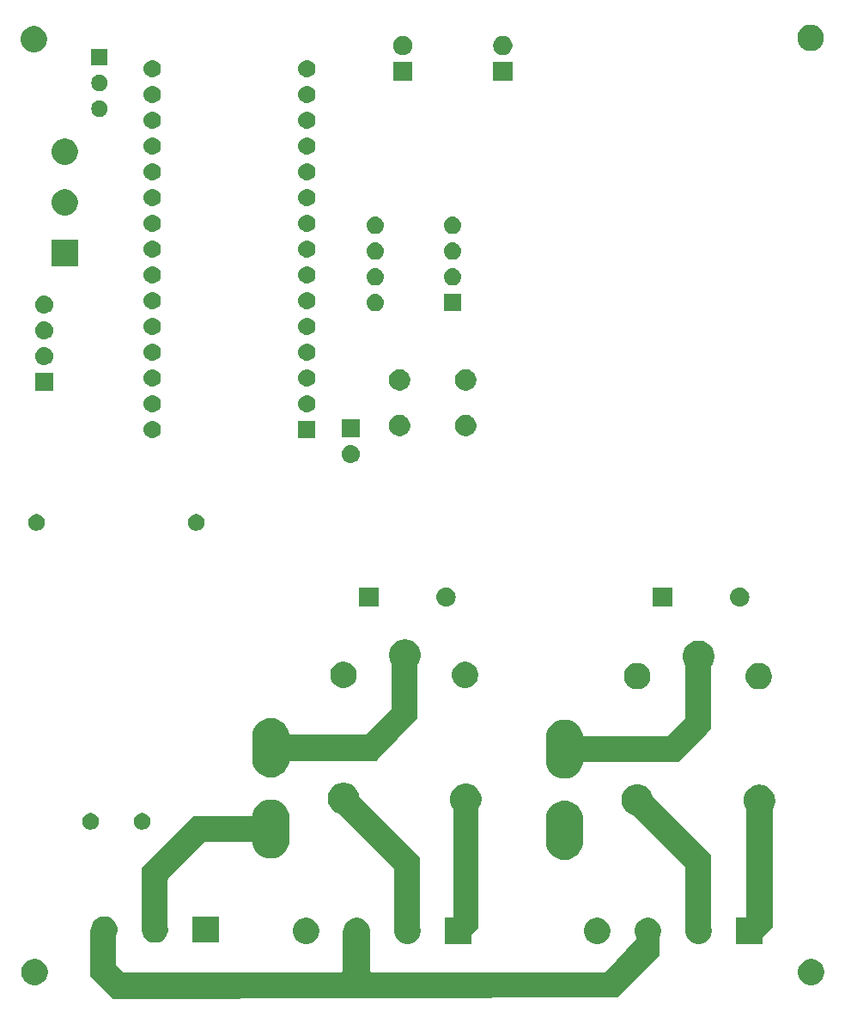
<source format=gbr>
G04 #@! TF.GenerationSoftware,KiCad,Pcbnew,5.1.2-f72e74a~84~ubuntu18.04.1*
G04 #@! TF.CreationDate,2019-06-24T12:10:09-06:00*
G04 #@! TF.ProjectId,LORA_Relay_AC,4c4f5241-5f52-4656-9c61-795f41432e6b,rev?*
G04 #@! TF.SameCoordinates,Original*
G04 #@! TF.FileFunction,Soldermask,Bot*
G04 #@! TF.FilePolarity,Negative*
%FSLAX46Y46*%
G04 Gerber Fmt 4.6, Leading zero omitted, Abs format (unit mm)*
G04 Created by KiCad (PCBNEW 5.1.2-f72e74a~84~ubuntu18.04.1) date 2019-06-24 12:10:09*
%MOMM*%
%LPD*%
G04 APERTURE LIST*
%ADD10C,0.100000*%
G04 APERTURE END LIST*
D10*
G36*
X94185487Y-148227996D02*
G01*
X94422253Y-148326068D01*
X94422255Y-148326069D01*
X94635339Y-148468447D01*
X94816553Y-148649661D01*
X94901412Y-148776661D01*
X94958932Y-148862747D01*
X95057004Y-149099513D01*
X95107000Y-149350861D01*
X95107000Y-149607139D01*
X95057004Y-149858487D01*
X95005515Y-149982792D01*
X94998402Y-150006241D01*
X94996000Y-150030627D01*
X94996000Y-152983223D01*
X94998402Y-153007609D01*
X95005515Y-153031058D01*
X95017066Y-153052669D01*
X95032611Y-153071611D01*
X95594389Y-153633389D01*
X95613331Y-153648934D01*
X95634942Y-153660485D01*
X95658391Y-153667598D01*
X95682777Y-153670000D01*
X117223001Y-153670000D01*
X117247387Y-153667598D01*
X117270836Y-153660485D01*
X117292447Y-153648934D01*
X117311389Y-153633389D01*
X117326934Y-153614447D01*
X117338485Y-153592836D01*
X117345598Y-153569387D01*
X117348000Y-153545001D01*
X117348000Y-149606000D01*
X117348949Y-149606000D01*
X117351298Y-149604072D01*
X117368625Y-149586745D01*
X117382239Y-149566371D01*
X117391617Y-149543733D01*
X117396398Y-149519699D01*
X117397000Y-149507445D01*
X117397000Y-149477861D01*
X117446996Y-149226513D01*
X117545068Y-148989747D01*
X117687447Y-148776661D01*
X117868661Y-148595447D01*
X118081745Y-148453069D01*
X118081747Y-148453068D01*
X118318513Y-148354996D01*
X118569861Y-148305000D01*
X118826139Y-148305000D01*
X119077487Y-148354996D01*
X119314253Y-148453068D01*
X119314255Y-148453069D01*
X119527339Y-148595447D01*
X119708553Y-148776661D01*
X119850932Y-148989747D01*
X119949004Y-149226513D01*
X119999000Y-149477861D01*
X119999000Y-149546032D01*
X120001402Y-149570418D01*
X120013759Y-149604955D01*
X120014318Y-149606000D01*
X120015000Y-149606000D01*
X120015000Y-153545001D01*
X120017402Y-153569387D01*
X120024515Y-153592836D01*
X120036066Y-153614447D01*
X120051611Y-153633389D01*
X120070553Y-153648934D01*
X120092164Y-153660485D01*
X120115613Y-153667598D01*
X120139999Y-153670000D01*
X143201682Y-153670000D01*
X143226068Y-153667598D01*
X143249517Y-153660485D01*
X143271128Y-153648934D01*
X143293063Y-153630290D01*
X143307850Y-153614447D01*
X146274137Y-150436282D01*
X146289019Y-150416817D01*
X146299819Y-150394821D01*
X146306120Y-150371141D01*
X146307680Y-150346686D01*
X146304439Y-150322397D01*
X146296522Y-150299208D01*
X146286687Y-150281548D01*
X146247070Y-150222257D01*
X146148996Y-149985487D01*
X146099000Y-149734139D01*
X146099000Y-149477861D01*
X146148996Y-149226513D01*
X146247068Y-148989747D01*
X146389447Y-148776661D01*
X146570661Y-148595447D01*
X146783745Y-148453069D01*
X146783747Y-148453068D01*
X147020513Y-148354996D01*
X147271861Y-148305000D01*
X147528139Y-148305000D01*
X147779487Y-148354996D01*
X148016253Y-148453068D01*
X148016255Y-148453069D01*
X148229339Y-148595447D01*
X148410553Y-148776661D01*
X148552932Y-148989747D01*
X148651004Y-149226513D01*
X148701000Y-149477861D01*
X148701000Y-149734139D01*
X148651004Y-149985487D01*
X148599515Y-150109792D01*
X148592402Y-150133241D01*
X148590000Y-150157627D01*
X148590000Y-152019000D01*
X148585654Y-152023346D01*
X148189999Y-152418996D01*
X144401735Y-156207211D01*
X144395677Y-156207227D01*
X144395675Y-156207227D01*
X94748136Y-156336984D01*
X94742000Y-156337000D01*
X92456000Y-154051000D01*
X92456000Y-149479000D01*
X92456949Y-149479000D01*
X92459298Y-149477072D01*
X92476625Y-149459745D01*
X92490239Y-149439371D01*
X92499617Y-149416733D01*
X92504398Y-149392699D01*
X92505000Y-149380445D01*
X92505000Y-149350861D01*
X92554996Y-149099513D01*
X92653068Y-148862747D01*
X92710589Y-148776661D01*
X92795447Y-148649661D01*
X92976661Y-148468447D01*
X93189745Y-148326069D01*
X93189747Y-148326068D01*
X93426513Y-148227996D01*
X93677861Y-148178000D01*
X93934139Y-148178000D01*
X94185487Y-148227996D01*
X94185487Y-148227996D01*
G37*
G36*
X87310987Y-152418996D02*
G01*
X87547753Y-152517068D01*
X87547755Y-152517069D01*
X87760839Y-152659447D01*
X87942053Y-152840661D01*
X88084432Y-153053747D01*
X88182504Y-153290513D01*
X88232500Y-153541861D01*
X88232500Y-153798139D01*
X88182504Y-154049487D01*
X88084432Y-154286253D01*
X88084431Y-154286255D01*
X87942053Y-154499339D01*
X87760839Y-154680553D01*
X87547755Y-154822931D01*
X87547754Y-154822932D01*
X87547753Y-154822932D01*
X87310987Y-154921004D01*
X87059639Y-154971000D01*
X86803361Y-154971000D01*
X86552013Y-154921004D01*
X86315247Y-154822932D01*
X86315246Y-154822932D01*
X86315245Y-154822931D01*
X86102161Y-154680553D01*
X85920947Y-154499339D01*
X85778569Y-154286255D01*
X85778568Y-154286253D01*
X85680496Y-154049487D01*
X85630500Y-153798139D01*
X85630500Y-153541861D01*
X85680496Y-153290513D01*
X85778568Y-153053747D01*
X85920947Y-152840661D01*
X86102161Y-152659447D01*
X86315245Y-152517069D01*
X86315247Y-152517068D01*
X86552013Y-152418996D01*
X86803361Y-152369000D01*
X87059639Y-152369000D01*
X87310987Y-152418996D01*
X87310987Y-152418996D01*
G37*
G36*
X163891987Y-152418996D02*
G01*
X164128753Y-152517068D01*
X164128755Y-152517069D01*
X164341839Y-152659447D01*
X164523053Y-152840661D01*
X164665432Y-153053747D01*
X164763504Y-153290513D01*
X164813500Y-153541861D01*
X164813500Y-153798139D01*
X164763504Y-154049487D01*
X164665432Y-154286253D01*
X164665431Y-154286255D01*
X164523053Y-154499339D01*
X164341839Y-154680553D01*
X164128755Y-154822931D01*
X164128754Y-154822932D01*
X164128753Y-154822932D01*
X163891987Y-154921004D01*
X163640639Y-154971000D01*
X163384361Y-154971000D01*
X163133013Y-154921004D01*
X162896247Y-154822932D01*
X162896246Y-154822932D01*
X162896245Y-154822931D01*
X162683161Y-154680553D01*
X162501947Y-154499339D01*
X162359569Y-154286255D01*
X162359568Y-154286253D01*
X162261496Y-154049487D01*
X162211500Y-153798139D01*
X162211500Y-153541861D01*
X162261496Y-153290513D01*
X162359568Y-153053747D01*
X162501947Y-152840661D01*
X162683161Y-152659447D01*
X162896245Y-152517069D01*
X162896247Y-152517068D01*
X163133013Y-152418996D01*
X163384361Y-152369000D01*
X163640639Y-152369000D01*
X163891987Y-152418996D01*
X163891987Y-152418996D01*
G37*
G36*
X146652585Y-135183802D02*
G01*
X146802410Y-135213604D01*
X147084674Y-135330521D01*
X147338705Y-135500259D01*
X147554741Y-135716295D01*
X147724479Y-135970326D01*
X147809502Y-136175591D01*
X147841396Y-136252590D01*
X147841896Y-136255105D01*
X147849010Y-136278554D01*
X147860561Y-136300165D01*
X147876105Y-136319105D01*
X153670000Y-142113000D01*
X153670000Y-149309702D01*
X153672402Y-149334088D01*
X153701000Y-149477861D01*
X153701000Y-149734139D01*
X153651004Y-149985487D01*
X153618735Y-150063391D01*
X153552931Y-150222255D01*
X153410553Y-150435339D01*
X153229339Y-150616553D01*
X153016255Y-150758931D01*
X153016254Y-150758932D01*
X153016253Y-150758932D01*
X152779487Y-150857004D01*
X152528139Y-150907000D01*
X152271861Y-150907000D01*
X152020513Y-150857004D01*
X151783747Y-150758932D01*
X151783746Y-150758932D01*
X151783745Y-150758931D01*
X151570661Y-150616553D01*
X151389447Y-150435339D01*
X151247069Y-150222255D01*
X151181265Y-150063391D01*
X151148996Y-149985487D01*
X151099000Y-149734139D01*
X151099000Y-149477861D01*
X151127598Y-149334088D01*
X151130000Y-149309702D01*
X151130000Y-143434777D01*
X151127598Y-143410391D01*
X151120485Y-143386942D01*
X151108934Y-143365331D01*
X151093389Y-143346389D01*
X145981581Y-138234581D01*
X145962639Y-138219036D01*
X145941028Y-138207485D01*
X145917579Y-138200372D01*
X145897590Y-138196396D01*
X145615326Y-138079479D01*
X145361295Y-137909741D01*
X145145259Y-137693705D01*
X144975521Y-137439674D01*
X144858604Y-137157410D01*
X144820408Y-136965384D01*
X144799000Y-136857761D01*
X144799000Y-136552239D01*
X144848658Y-136302591D01*
X144858604Y-136252590D01*
X144975521Y-135970326D01*
X145145259Y-135716295D01*
X145361295Y-135500259D01*
X145615326Y-135330521D01*
X145897590Y-135213604D01*
X146047415Y-135183802D01*
X146197239Y-135154000D01*
X146502761Y-135154000D01*
X146652585Y-135183802D01*
X146652585Y-135183802D01*
G37*
G36*
X114077487Y-148354996D02*
G01*
X114314253Y-148453068D01*
X114314255Y-148453069D01*
X114527339Y-148595447D01*
X114708553Y-148776661D01*
X114850932Y-148989747D01*
X114949004Y-149226513D01*
X114999000Y-149477861D01*
X114999000Y-149734139D01*
X114949004Y-149985487D01*
X114916735Y-150063391D01*
X114850931Y-150222255D01*
X114708553Y-150435339D01*
X114527339Y-150616553D01*
X114314255Y-150758931D01*
X114314254Y-150758932D01*
X114314253Y-150758932D01*
X114077487Y-150857004D01*
X113826139Y-150907000D01*
X113569861Y-150907000D01*
X113318513Y-150857004D01*
X113081747Y-150758932D01*
X113081746Y-150758932D01*
X113081745Y-150758931D01*
X112868661Y-150616553D01*
X112687447Y-150435339D01*
X112545069Y-150222255D01*
X112479265Y-150063391D01*
X112446996Y-149985487D01*
X112397000Y-149734139D01*
X112397000Y-149477861D01*
X112446996Y-149226513D01*
X112545068Y-148989747D01*
X112687447Y-148776661D01*
X112868661Y-148595447D01*
X113081745Y-148453069D01*
X113081747Y-148453068D01*
X113318513Y-148354996D01*
X113569861Y-148305000D01*
X113826139Y-148305000D01*
X114077487Y-148354996D01*
X114077487Y-148354996D01*
G37*
G36*
X129645043Y-135086604D02*
G01*
X129896410Y-135136604D01*
X130178674Y-135253521D01*
X130432705Y-135423259D01*
X130648741Y-135639295D01*
X130818479Y-135893326D01*
X130922311Y-136144000D01*
X130935396Y-136175591D01*
X130995000Y-136475239D01*
X130995000Y-136780761D01*
X130979684Y-136857760D01*
X130935396Y-137080410D01*
X130818479Y-137362674D01*
X130704060Y-137533914D01*
X130692515Y-137555514D01*
X130685402Y-137578963D01*
X130683000Y-137603349D01*
X130683000Y-149352000D01*
X130035611Y-149999389D01*
X130020066Y-150018331D01*
X130008515Y-150039942D01*
X130001402Y-150063391D01*
X129999000Y-150087777D01*
X129999000Y-150907000D01*
X127397000Y-150907000D01*
X127397000Y-148305000D01*
X128145001Y-148305000D01*
X128169387Y-148302598D01*
X128192836Y-148295485D01*
X128214447Y-148283934D01*
X128233389Y-148268389D01*
X128248934Y-148249447D01*
X128260485Y-148227836D01*
X128267598Y-148204387D01*
X128270000Y-148180001D01*
X128270000Y-137699221D01*
X128267598Y-137674835D01*
X128260485Y-137651386D01*
X128248934Y-137629775D01*
X128243873Y-137623608D01*
X128239264Y-137616710D01*
X128239259Y-137616705D01*
X128069521Y-137362674D01*
X127952604Y-137080410D01*
X127908316Y-136857760D01*
X127893000Y-136780761D01*
X127893000Y-136475239D01*
X127952604Y-136175591D01*
X127965689Y-136144000D01*
X128069521Y-135893326D01*
X128239259Y-135639295D01*
X128455295Y-135423259D01*
X128709326Y-135253521D01*
X128991590Y-135136604D01*
X129242957Y-135086604D01*
X129291239Y-135077000D01*
X129596761Y-135077000D01*
X129645043Y-135086604D01*
X129645043Y-135086604D01*
G37*
G36*
X117696585Y-135056802D02*
G01*
X117846410Y-135086604D01*
X118128674Y-135203521D01*
X118382705Y-135373259D01*
X118598741Y-135589295D01*
X118768479Y-135843326D01*
X118885396Y-136125590D01*
X118895342Y-136175591D01*
X118917430Y-136286637D01*
X118924543Y-136310086D01*
X118936094Y-136331697D01*
X118951639Y-136350639D01*
X124968000Y-142367000D01*
X124968000Y-149309702D01*
X124970402Y-149334088D01*
X124999000Y-149477861D01*
X124999000Y-149734139D01*
X124949004Y-149985487D01*
X124916735Y-150063391D01*
X124850931Y-150222255D01*
X124708553Y-150435339D01*
X124527339Y-150616553D01*
X124314255Y-150758931D01*
X124314254Y-150758932D01*
X124314253Y-150758932D01*
X124077487Y-150857004D01*
X123826139Y-150907000D01*
X123569861Y-150907000D01*
X123318513Y-150857004D01*
X123081747Y-150758932D01*
X123081746Y-150758932D01*
X123081745Y-150758931D01*
X122868661Y-150616553D01*
X122687447Y-150435339D01*
X122545069Y-150222255D01*
X122479265Y-150063391D01*
X122446996Y-149985487D01*
X122397000Y-149734139D01*
X122397000Y-149477861D01*
X122425598Y-149334088D01*
X122428000Y-149309702D01*
X122428000Y-143561777D01*
X122425598Y-143537391D01*
X122418485Y-143513942D01*
X122406934Y-143492331D01*
X122391389Y-143473389D01*
X117025581Y-138107581D01*
X117006639Y-138092036D01*
X116985028Y-138080485D01*
X116961579Y-138073372D01*
X116941590Y-138069396D01*
X116659326Y-137952479D01*
X116405295Y-137782741D01*
X116189259Y-137566705D01*
X116019521Y-137312674D01*
X115902604Y-137030410D01*
X115860346Y-136817964D01*
X115843000Y-136730761D01*
X115843000Y-136425239D01*
X115892658Y-136175591D01*
X115902604Y-136125590D01*
X116019521Y-135843326D01*
X116189259Y-135589295D01*
X116405295Y-135373259D01*
X116659326Y-135203521D01*
X116941590Y-135086604D01*
X117091415Y-135056802D01*
X117241239Y-135027000D01*
X117546761Y-135027000D01*
X117696585Y-135056802D01*
X117696585Y-135056802D01*
G37*
G36*
X142779487Y-148354996D02*
G01*
X143016253Y-148453068D01*
X143016255Y-148453069D01*
X143229339Y-148595447D01*
X143410553Y-148776661D01*
X143552932Y-148989747D01*
X143651004Y-149226513D01*
X143701000Y-149477861D01*
X143701000Y-149734139D01*
X143651004Y-149985487D01*
X143618735Y-150063391D01*
X143552931Y-150222255D01*
X143410553Y-150435339D01*
X143229339Y-150616553D01*
X143016255Y-150758931D01*
X143016254Y-150758932D01*
X143016253Y-150758932D01*
X142779487Y-150857004D01*
X142528139Y-150907000D01*
X142271861Y-150907000D01*
X142020513Y-150857004D01*
X141783747Y-150758932D01*
X141783746Y-150758932D01*
X141783745Y-150758931D01*
X141570661Y-150616553D01*
X141389447Y-150435339D01*
X141247069Y-150222255D01*
X141181265Y-150063391D01*
X141148996Y-149985487D01*
X141099000Y-149734139D01*
X141099000Y-149477861D01*
X141148996Y-149226513D01*
X141247068Y-148989747D01*
X141389447Y-148776661D01*
X141570661Y-148595447D01*
X141783745Y-148453069D01*
X141783747Y-148453068D01*
X142020513Y-148354996D01*
X142271861Y-148305000D01*
X142528139Y-148305000D01*
X142779487Y-148354996D01*
X142779487Y-148354996D01*
G37*
G36*
X158601043Y-135213604D02*
G01*
X158852410Y-135263604D01*
X159134674Y-135380521D01*
X159388705Y-135550259D01*
X159604741Y-135766295D01*
X159774479Y-136020326D01*
X159891396Y-136302590D01*
X159915792Y-136425239D01*
X159941055Y-136552240D01*
X159951000Y-136602240D01*
X159951000Y-136907760D01*
X159891396Y-137207410D01*
X159775513Y-137487178D01*
X159768402Y-137510620D01*
X159766000Y-137535006D01*
X159766000Y-149225000D01*
X158750000Y-150241000D01*
X158749554Y-150240588D01*
X158746702Y-150242928D01*
X158729375Y-150260255D01*
X158715761Y-150280629D01*
X158706383Y-150303267D01*
X158701602Y-150327301D01*
X158701000Y-150339555D01*
X158701000Y-150907000D01*
X156099000Y-150907000D01*
X156099000Y-148305000D01*
X156974001Y-148305000D01*
X156998387Y-148302598D01*
X157021836Y-148295485D01*
X157043447Y-148283934D01*
X157062389Y-148268389D01*
X157077934Y-148249447D01*
X157089485Y-148227836D01*
X157096598Y-148204387D01*
X157099000Y-148180001D01*
X157099000Y-137637560D01*
X157096598Y-137613174D01*
X157089485Y-137589725D01*
X157077938Y-137568122D01*
X157025521Y-137489674D01*
X156908604Y-137207410D01*
X156849000Y-136907760D01*
X156849000Y-136602240D01*
X156858946Y-136552240D01*
X156884208Y-136425239D01*
X156908604Y-136302590D01*
X157025521Y-136020326D01*
X157195259Y-135766295D01*
X157411295Y-135550259D01*
X157665326Y-135380521D01*
X157947590Y-135263604D01*
X158198957Y-135213604D01*
X158247239Y-135204000D01*
X158552761Y-135204000D01*
X158601043Y-135213604D01*
X158601043Y-135213604D01*
G37*
G36*
X105107000Y-150780000D02*
G01*
X102505000Y-150780000D01*
X102505000Y-148178000D01*
X105107000Y-148178000D01*
X105107000Y-150780000D01*
X105107000Y-150780000D01*
G37*
G36*
X110594545Y-136690964D02*
G01*
X110725737Y-136730761D01*
X110890565Y-136780761D01*
X110939317Y-136795550D01*
X111257054Y-136965383D01*
X111535556Y-137193944D01*
X111764117Y-137472446D01*
X111933950Y-137790183D01*
X112038536Y-138134955D01*
X112065000Y-138403651D01*
X112065000Y-140742349D01*
X112038536Y-141011045D01*
X111933950Y-141355817D01*
X111764117Y-141673554D01*
X111535556Y-141952056D01*
X111257054Y-142180617D01*
X110939316Y-142350450D01*
X110594544Y-142455036D01*
X110236000Y-142490349D01*
X109877455Y-142455036D01*
X109532683Y-142350450D01*
X109214946Y-142180617D01*
X108936444Y-141952056D01*
X108707883Y-141673554D01*
X108538050Y-141355816D01*
X108433464Y-141011044D01*
X108428018Y-140955747D01*
X108423238Y-140931714D01*
X108413860Y-140909075D01*
X108400247Y-140888701D01*
X108382920Y-140871374D01*
X108362545Y-140857760D01*
X108339907Y-140848383D01*
X108315873Y-140843602D01*
X108303621Y-140843000D01*
X103810777Y-140843000D01*
X103786391Y-140845402D01*
X103762942Y-140852515D01*
X103741331Y-140864066D01*
X103722389Y-140879611D01*
X100112611Y-144489389D01*
X100097066Y-144508331D01*
X100085515Y-144529942D01*
X100078402Y-144553391D01*
X100076000Y-144577777D01*
X100076000Y-149182702D01*
X100078402Y-149207088D01*
X100107000Y-149350861D01*
X100107000Y-149607139D01*
X100057004Y-149858487D01*
X99958932Y-150095253D01*
X99958931Y-150095255D01*
X99816553Y-150308339D01*
X99635339Y-150489553D01*
X99422255Y-150631931D01*
X99422254Y-150631932D01*
X99422253Y-150631932D01*
X99185487Y-150730004D01*
X98934139Y-150780000D01*
X98677861Y-150780000D01*
X98426513Y-150730004D01*
X98189747Y-150631932D01*
X98189746Y-150631932D01*
X98189745Y-150631931D01*
X97976661Y-150489553D01*
X97795447Y-150308339D01*
X97653069Y-150095255D01*
X97653068Y-150095253D01*
X97554996Y-149858487D01*
X97505000Y-149607139D01*
X97505000Y-149350861D01*
X97533598Y-149207088D01*
X97536000Y-149182702D01*
X97536000Y-143383000D01*
X102616000Y-138303000D01*
X108303622Y-138303000D01*
X108328008Y-138300598D01*
X108351457Y-138293485D01*
X108373068Y-138281934D01*
X108392010Y-138266389D01*
X108407555Y-138247447D01*
X108419106Y-138225836D01*
X108426219Y-138202387D01*
X108428019Y-138190253D01*
X108433465Y-138134955D01*
X108538051Y-137790183D01*
X108707884Y-137472446D01*
X108936445Y-137193944D01*
X109214947Y-136965383D01*
X109532684Y-136795550D01*
X109581437Y-136780761D01*
X109746264Y-136730761D01*
X109877456Y-136690964D01*
X110236000Y-136655651D01*
X110594545Y-136690964D01*
X110594545Y-136690964D01*
G37*
G36*
X139550545Y-136817964D02*
G01*
X139681737Y-136857761D01*
X139846565Y-136907761D01*
X139895317Y-136922550D01*
X140213054Y-137092383D01*
X140491556Y-137320944D01*
X140720117Y-137599446D01*
X140889950Y-137917183D01*
X140994536Y-138261955D01*
X141021000Y-138530651D01*
X141021000Y-140869349D01*
X140994536Y-141138045D01*
X140889950Y-141482817D01*
X140720117Y-141800554D01*
X140491556Y-142079056D01*
X140213054Y-142307617D01*
X139895316Y-142477450D01*
X139550544Y-142582036D01*
X139192000Y-142617349D01*
X138833455Y-142582036D01*
X138488683Y-142477450D01*
X138170946Y-142307617D01*
X137892444Y-142079056D01*
X137663883Y-141800554D01*
X137494050Y-141482816D01*
X137389464Y-141138044D01*
X137363000Y-140869348D01*
X137363001Y-138530651D01*
X137389465Y-138261955D01*
X137494051Y-137917183D01*
X137663884Y-137599446D01*
X137892445Y-137320944D01*
X138170947Y-137092383D01*
X138488684Y-136922550D01*
X138537437Y-136907761D01*
X138702264Y-136857761D01*
X138833456Y-136817964D01*
X139192000Y-136782651D01*
X139550545Y-136817964D01*
X139550545Y-136817964D01*
G37*
G36*
X97773142Y-138029242D02*
G01*
X97921101Y-138090529D01*
X98054255Y-138179499D01*
X98167501Y-138292745D01*
X98256471Y-138425899D01*
X98317758Y-138573858D01*
X98349000Y-138730925D01*
X98349000Y-138891075D01*
X98317758Y-139048142D01*
X98256471Y-139196101D01*
X98167501Y-139329255D01*
X98054255Y-139442501D01*
X97921101Y-139531471D01*
X97773142Y-139592758D01*
X97616075Y-139624000D01*
X97455925Y-139624000D01*
X97298858Y-139592758D01*
X97150899Y-139531471D01*
X97017745Y-139442501D01*
X96904499Y-139329255D01*
X96815529Y-139196101D01*
X96754242Y-139048142D01*
X96723000Y-138891075D01*
X96723000Y-138730925D01*
X96754242Y-138573858D01*
X96815529Y-138425899D01*
X96904499Y-138292745D01*
X97017745Y-138179499D01*
X97150899Y-138090529D01*
X97298858Y-138029242D01*
X97455925Y-137998000D01*
X97616075Y-137998000D01*
X97773142Y-138029242D01*
X97773142Y-138029242D01*
G37*
G36*
X92693142Y-138029242D02*
G01*
X92841101Y-138090529D01*
X92974255Y-138179499D01*
X93087501Y-138292745D01*
X93176471Y-138425899D01*
X93237758Y-138573858D01*
X93269000Y-138730925D01*
X93269000Y-138891075D01*
X93237758Y-139048142D01*
X93176471Y-139196101D01*
X93087501Y-139329255D01*
X92974255Y-139442501D01*
X92841101Y-139531471D01*
X92693142Y-139592758D01*
X92536075Y-139624000D01*
X92375925Y-139624000D01*
X92218858Y-139592758D01*
X92070899Y-139531471D01*
X91937745Y-139442501D01*
X91824499Y-139329255D01*
X91735529Y-139196101D01*
X91674242Y-139048142D01*
X91643000Y-138891075D01*
X91643000Y-138730925D01*
X91674242Y-138573858D01*
X91735529Y-138425899D01*
X91824499Y-138292745D01*
X91937745Y-138179499D01*
X92070899Y-138090529D01*
X92218858Y-138029242D01*
X92375925Y-137998000D01*
X92536075Y-137998000D01*
X92693142Y-138029242D01*
X92693142Y-138029242D01*
G37*
G36*
X152702585Y-121033802D02*
G01*
X152852410Y-121063604D01*
X153134674Y-121180521D01*
X153388705Y-121350259D01*
X153604741Y-121566295D01*
X153774479Y-121820326D01*
X153891396Y-122102590D01*
X153951000Y-122402240D01*
X153951000Y-122707760D01*
X153891396Y-123007410D01*
X153774479Y-123289674D01*
X153691059Y-123414520D01*
X153679515Y-123436119D01*
X153672402Y-123459568D01*
X153670000Y-123483954D01*
X153670000Y-129667000D01*
X153196483Y-130149802D01*
X150556736Y-132841309D01*
X150431500Y-132969000D01*
X141124478Y-132969000D01*
X141100092Y-132971402D01*
X141076643Y-132978515D01*
X141055032Y-132990066D01*
X141036090Y-133005611D01*
X141020545Y-133024553D01*
X141008994Y-133046164D01*
X141000081Y-133081747D01*
X140994536Y-133138045D01*
X140889950Y-133482817D01*
X140720117Y-133800554D01*
X140491556Y-134079056D01*
X140213054Y-134307617D01*
X139895316Y-134477450D01*
X139550544Y-134582036D01*
X139192000Y-134617349D01*
X138833455Y-134582036D01*
X138488683Y-134477450D01*
X138170946Y-134307617D01*
X137892444Y-134079056D01*
X137663883Y-133800554D01*
X137494050Y-133482816D01*
X137389464Y-133138044D01*
X137363000Y-132869348D01*
X137363001Y-130530651D01*
X137389465Y-130261955D01*
X137494051Y-129917183D01*
X137663884Y-129599446D01*
X137892445Y-129320944D01*
X138170947Y-129092383D01*
X138488684Y-128922550D01*
X138833456Y-128817964D01*
X139192000Y-128782651D01*
X139550545Y-128817964D01*
X139895317Y-128922550D01*
X140213054Y-129092383D01*
X140491556Y-129320944D01*
X140720117Y-129599446D01*
X140889950Y-129917183D01*
X140994536Y-130261955D01*
X140999884Y-130316253D01*
X141004665Y-130340287D01*
X141014042Y-130362925D01*
X141027656Y-130383300D01*
X141044983Y-130400627D01*
X141065357Y-130414240D01*
X141087996Y-130423618D01*
X141124281Y-130429000D01*
X149300223Y-130429000D01*
X149324609Y-130426598D01*
X149348058Y-130419485D01*
X149369669Y-130407934D01*
X149388611Y-130392389D01*
X151093389Y-128687611D01*
X151108934Y-128668669D01*
X151120485Y-128647058D01*
X151127598Y-128623609D01*
X151130000Y-128599223D01*
X151130000Y-123483954D01*
X151127598Y-123459568D01*
X151120485Y-123436119D01*
X151108941Y-123414520D01*
X151025521Y-123289674D01*
X150908604Y-123007410D01*
X150849000Y-122707760D01*
X150849000Y-122402240D01*
X150908604Y-122102590D01*
X151025521Y-121820326D01*
X151195259Y-121566295D01*
X151411295Y-121350259D01*
X151665326Y-121180521D01*
X151947590Y-121063604D01*
X152097415Y-121033802D01*
X152247239Y-121004000D01*
X152552761Y-121004000D01*
X152702585Y-121033802D01*
X152702585Y-121033802D01*
G37*
G36*
X123746585Y-120906802D02*
G01*
X123896410Y-120936604D01*
X124178674Y-121053521D01*
X124432705Y-121223259D01*
X124648741Y-121439295D01*
X124818479Y-121693326D01*
X124935396Y-121975590D01*
X124995000Y-122275240D01*
X124995000Y-122580760D01*
X124935396Y-122880410D01*
X124818479Y-123162674D01*
X124735059Y-123287520D01*
X124723515Y-123309119D01*
X124716402Y-123332568D01*
X124714000Y-123356954D01*
X124714000Y-128651000D01*
X124710066Y-128655057D01*
X120746633Y-132742348D01*
X120650000Y-132842000D01*
X112168478Y-132842000D01*
X112144092Y-132844402D01*
X112120643Y-132851515D01*
X112099032Y-132863066D01*
X112080090Y-132878611D01*
X112064545Y-132897553D01*
X112052994Y-132919164D01*
X112044081Y-132954747D01*
X112038536Y-133011045D01*
X111933950Y-133355817D01*
X111764117Y-133673554D01*
X111535556Y-133952056D01*
X111257054Y-134180617D01*
X110939316Y-134350450D01*
X110594544Y-134455036D01*
X110236000Y-134490349D01*
X109877455Y-134455036D01*
X109532683Y-134350450D01*
X109214946Y-134180617D01*
X108936444Y-133952056D01*
X108707883Y-133673554D01*
X108538050Y-133355816D01*
X108433464Y-133011044D01*
X108407000Y-132742348D01*
X108407001Y-130403651D01*
X108433465Y-130134955D01*
X108538051Y-129790183D01*
X108707884Y-129472446D01*
X108936445Y-129193944D01*
X109214947Y-128965383D01*
X109532684Y-128795550D01*
X109877456Y-128690964D01*
X110236000Y-128655651D01*
X110594545Y-128690964D01*
X110939317Y-128795550D01*
X111257054Y-128965383D01*
X111535556Y-129193944D01*
X111764117Y-129472446D01*
X111933950Y-129790183D01*
X112041223Y-130143815D01*
X112042415Y-130149802D01*
X112051795Y-130172440D01*
X112065412Y-130192812D01*
X112082741Y-130210137D01*
X112103117Y-130223748D01*
X112125757Y-130233122D01*
X112162027Y-130238500D01*
X119582223Y-130238500D01*
X119606609Y-130236098D01*
X119630058Y-130228985D01*
X119651669Y-130217434D01*
X119670611Y-130201889D01*
X122137389Y-127735111D01*
X122152934Y-127716169D01*
X122164485Y-127694558D01*
X122171598Y-127671109D01*
X122174000Y-127646723D01*
X122174000Y-123356954D01*
X122171598Y-123332568D01*
X122164485Y-123309119D01*
X122152941Y-123287520D01*
X122069521Y-123162674D01*
X121952604Y-122880410D01*
X121893000Y-122580760D01*
X121893000Y-122275240D01*
X121952604Y-121975590D01*
X122069521Y-121693326D01*
X122239259Y-121439295D01*
X122455295Y-121223259D01*
X122709326Y-121053521D01*
X122991590Y-120936604D01*
X123141415Y-120906802D01*
X123291239Y-120877000D01*
X123596761Y-120877000D01*
X123746585Y-120906802D01*
X123746585Y-120906802D01*
G37*
G36*
X158729487Y-123253996D02*
G01*
X158966253Y-123352068D01*
X158966255Y-123352069D01*
X159092045Y-123436119D01*
X159179339Y-123494447D01*
X159360553Y-123675661D01*
X159502932Y-123888747D01*
X159601004Y-124125513D01*
X159651000Y-124376861D01*
X159651000Y-124633139D01*
X159601004Y-124884487D01*
X159555537Y-124994253D01*
X159502931Y-125121255D01*
X159360553Y-125334339D01*
X159179339Y-125515553D01*
X158966255Y-125657931D01*
X158966254Y-125657932D01*
X158966253Y-125657932D01*
X158729487Y-125756004D01*
X158478139Y-125806000D01*
X158221861Y-125806000D01*
X157970513Y-125756004D01*
X157733747Y-125657932D01*
X157733746Y-125657932D01*
X157733745Y-125657931D01*
X157520661Y-125515553D01*
X157339447Y-125334339D01*
X157197069Y-125121255D01*
X157144463Y-124994253D01*
X157098996Y-124884487D01*
X157049000Y-124633139D01*
X157049000Y-124376861D01*
X157098996Y-124125513D01*
X157197068Y-123888747D01*
X157339447Y-123675661D01*
X157520661Y-123494447D01*
X157607955Y-123436119D01*
X157733745Y-123352069D01*
X157733747Y-123352068D01*
X157970513Y-123253996D01*
X158221861Y-123204000D01*
X158478139Y-123204000D01*
X158729487Y-123253996D01*
X158729487Y-123253996D01*
G37*
G36*
X146729487Y-123253996D02*
G01*
X146966253Y-123352068D01*
X146966255Y-123352069D01*
X147092045Y-123436119D01*
X147179339Y-123494447D01*
X147360553Y-123675661D01*
X147502932Y-123888747D01*
X147601004Y-124125513D01*
X147651000Y-124376861D01*
X147651000Y-124633139D01*
X147601004Y-124884487D01*
X147555537Y-124994253D01*
X147502931Y-125121255D01*
X147360553Y-125334339D01*
X147179339Y-125515553D01*
X146966255Y-125657931D01*
X146966254Y-125657932D01*
X146966253Y-125657932D01*
X146729487Y-125756004D01*
X146478139Y-125806000D01*
X146221861Y-125806000D01*
X145970513Y-125756004D01*
X145733747Y-125657932D01*
X145733746Y-125657932D01*
X145733745Y-125657931D01*
X145520661Y-125515553D01*
X145339447Y-125334339D01*
X145197069Y-125121255D01*
X145144463Y-124994253D01*
X145098996Y-124884487D01*
X145049000Y-124633139D01*
X145049000Y-124376861D01*
X145098996Y-124125513D01*
X145197068Y-123888747D01*
X145339447Y-123675661D01*
X145520661Y-123494447D01*
X145607955Y-123436119D01*
X145733745Y-123352069D01*
X145733747Y-123352068D01*
X145970513Y-123253996D01*
X146221861Y-123204000D01*
X146478139Y-123204000D01*
X146729487Y-123253996D01*
X146729487Y-123253996D01*
G37*
G36*
X129773487Y-123126996D02*
G01*
X130010253Y-123225068D01*
X130010255Y-123225069D01*
X130223339Y-123367447D01*
X130404553Y-123548661D01*
X130489412Y-123675661D01*
X130546932Y-123761747D01*
X130645004Y-123998513D01*
X130695000Y-124249861D01*
X130695000Y-124506139D01*
X130645004Y-124757487D01*
X130592398Y-124884488D01*
X130546931Y-124994255D01*
X130404553Y-125207339D01*
X130223339Y-125388553D01*
X130010255Y-125530931D01*
X130010254Y-125530932D01*
X130010253Y-125530932D01*
X129773487Y-125629004D01*
X129522139Y-125679000D01*
X129265861Y-125679000D01*
X129014513Y-125629004D01*
X128777747Y-125530932D01*
X128777746Y-125530932D01*
X128777745Y-125530931D01*
X128564661Y-125388553D01*
X128383447Y-125207339D01*
X128241069Y-124994255D01*
X128195602Y-124884488D01*
X128142996Y-124757487D01*
X128093000Y-124506139D01*
X128093000Y-124249861D01*
X128142996Y-123998513D01*
X128241068Y-123761747D01*
X128298589Y-123675661D01*
X128383447Y-123548661D01*
X128564661Y-123367447D01*
X128777745Y-123225069D01*
X128777747Y-123225068D01*
X129014513Y-123126996D01*
X129265861Y-123077000D01*
X129522139Y-123077000D01*
X129773487Y-123126996D01*
X129773487Y-123126996D01*
G37*
G36*
X117773487Y-123126996D02*
G01*
X118010253Y-123225068D01*
X118010255Y-123225069D01*
X118223339Y-123367447D01*
X118404553Y-123548661D01*
X118489412Y-123675661D01*
X118546932Y-123761747D01*
X118645004Y-123998513D01*
X118695000Y-124249861D01*
X118695000Y-124506139D01*
X118645004Y-124757487D01*
X118592398Y-124884488D01*
X118546931Y-124994255D01*
X118404553Y-125207339D01*
X118223339Y-125388553D01*
X118010255Y-125530931D01*
X118010254Y-125530932D01*
X118010253Y-125530932D01*
X117773487Y-125629004D01*
X117522139Y-125679000D01*
X117265861Y-125679000D01*
X117014513Y-125629004D01*
X116777747Y-125530932D01*
X116777746Y-125530932D01*
X116777745Y-125530931D01*
X116564661Y-125388553D01*
X116383447Y-125207339D01*
X116241069Y-124994255D01*
X116195602Y-124884488D01*
X116142996Y-124757487D01*
X116093000Y-124506139D01*
X116093000Y-124249861D01*
X116142996Y-123998513D01*
X116241068Y-123761747D01*
X116298589Y-123675661D01*
X116383447Y-123548661D01*
X116564661Y-123367447D01*
X116777745Y-123225069D01*
X116777747Y-123225068D01*
X117014513Y-123126996D01*
X117265861Y-123077000D01*
X117522139Y-123077000D01*
X117773487Y-123126996D01*
X117773487Y-123126996D01*
G37*
G36*
X120839000Y-117664000D02*
G01*
X118937000Y-117664000D01*
X118937000Y-115762000D01*
X120839000Y-115762000D01*
X120839000Y-117664000D01*
X120839000Y-117664000D01*
G37*
G36*
X127694425Y-115775760D02*
G01*
X127694428Y-115775761D01*
X127694429Y-115775761D01*
X127873693Y-115830140D01*
X127873696Y-115830142D01*
X127873697Y-115830142D01*
X128038903Y-115918446D01*
X128183712Y-116037288D01*
X128302554Y-116182097D01*
X128390858Y-116347303D01*
X128390860Y-116347307D01*
X128445239Y-116526571D01*
X128445240Y-116526575D01*
X128463601Y-116713000D01*
X128445240Y-116899425D01*
X128445239Y-116899428D01*
X128445239Y-116899429D01*
X128390860Y-117078693D01*
X128390858Y-117078696D01*
X128390858Y-117078697D01*
X128302554Y-117243903D01*
X128183712Y-117388712D01*
X128038903Y-117507554D01*
X127873697Y-117595858D01*
X127873693Y-117595860D01*
X127694429Y-117650239D01*
X127694428Y-117650239D01*
X127694425Y-117650240D01*
X127554718Y-117664000D01*
X127461282Y-117664000D01*
X127321575Y-117650240D01*
X127321572Y-117650239D01*
X127321571Y-117650239D01*
X127142307Y-117595860D01*
X127142303Y-117595858D01*
X126977097Y-117507554D01*
X126832288Y-117388712D01*
X126713446Y-117243903D01*
X126625142Y-117078697D01*
X126625142Y-117078696D01*
X126625140Y-117078693D01*
X126570761Y-116899429D01*
X126570761Y-116899428D01*
X126570760Y-116899425D01*
X126552399Y-116713000D01*
X126570760Y-116526575D01*
X126570761Y-116526571D01*
X126625140Y-116347307D01*
X126625142Y-116347303D01*
X126713446Y-116182097D01*
X126832288Y-116037288D01*
X126977097Y-115918446D01*
X127142303Y-115830142D01*
X127142304Y-115830142D01*
X127142307Y-115830140D01*
X127321571Y-115775761D01*
X127321572Y-115775761D01*
X127321575Y-115775760D01*
X127461282Y-115762000D01*
X127554718Y-115762000D01*
X127694425Y-115775760D01*
X127694425Y-115775760D01*
G37*
G36*
X149795000Y-117664000D02*
G01*
X147893000Y-117664000D01*
X147893000Y-115762000D01*
X149795000Y-115762000D01*
X149795000Y-117664000D01*
X149795000Y-117664000D01*
G37*
G36*
X156650425Y-115775760D02*
G01*
X156650428Y-115775761D01*
X156650429Y-115775761D01*
X156829693Y-115830140D01*
X156829696Y-115830142D01*
X156829697Y-115830142D01*
X156994903Y-115918446D01*
X157139712Y-116037288D01*
X157258554Y-116182097D01*
X157346858Y-116347303D01*
X157346860Y-116347307D01*
X157401239Y-116526571D01*
X157401240Y-116526575D01*
X157419601Y-116713000D01*
X157401240Y-116899425D01*
X157401239Y-116899428D01*
X157401239Y-116899429D01*
X157346860Y-117078693D01*
X157346858Y-117078696D01*
X157346858Y-117078697D01*
X157258554Y-117243903D01*
X157139712Y-117388712D01*
X156994903Y-117507554D01*
X156829697Y-117595858D01*
X156829693Y-117595860D01*
X156650429Y-117650239D01*
X156650428Y-117650239D01*
X156650425Y-117650240D01*
X156510718Y-117664000D01*
X156417282Y-117664000D01*
X156277575Y-117650240D01*
X156277572Y-117650239D01*
X156277571Y-117650239D01*
X156098307Y-117595860D01*
X156098303Y-117595858D01*
X155933097Y-117507554D01*
X155788288Y-117388712D01*
X155669446Y-117243903D01*
X155581142Y-117078697D01*
X155581142Y-117078696D01*
X155581140Y-117078693D01*
X155526761Y-116899429D01*
X155526761Y-116899428D01*
X155526760Y-116899425D01*
X155508399Y-116713000D01*
X155526760Y-116526575D01*
X155526761Y-116526571D01*
X155581140Y-116347307D01*
X155581142Y-116347303D01*
X155669446Y-116182097D01*
X155788288Y-116037288D01*
X155933097Y-115918446D01*
X156098303Y-115830142D01*
X156098304Y-115830142D01*
X156098307Y-115830140D01*
X156277571Y-115775761D01*
X156277572Y-115775761D01*
X156277575Y-115775760D01*
X156417282Y-115762000D01*
X156510718Y-115762000D01*
X156650425Y-115775760D01*
X156650425Y-115775760D01*
G37*
G36*
X87359142Y-108565242D02*
G01*
X87507101Y-108626529D01*
X87640255Y-108715499D01*
X87753501Y-108828745D01*
X87842471Y-108961899D01*
X87903758Y-109109858D01*
X87935000Y-109266925D01*
X87935000Y-109427075D01*
X87903758Y-109584142D01*
X87842471Y-109732101D01*
X87753501Y-109865255D01*
X87640255Y-109978501D01*
X87507101Y-110067471D01*
X87359142Y-110128758D01*
X87202075Y-110160000D01*
X87041925Y-110160000D01*
X86884858Y-110128758D01*
X86736899Y-110067471D01*
X86603745Y-109978501D01*
X86490499Y-109865255D01*
X86401529Y-109732101D01*
X86340242Y-109584142D01*
X86309000Y-109427075D01*
X86309000Y-109266925D01*
X86340242Y-109109858D01*
X86401529Y-108961899D01*
X86490499Y-108828745D01*
X86603745Y-108715499D01*
X86736899Y-108626529D01*
X86884858Y-108565242D01*
X87041925Y-108534000D01*
X87202075Y-108534000D01*
X87359142Y-108565242D01*
X87359142Y-108565242D01*
G37*
G36*
X103107142Y-108565242D02*
G01*
X103255101Y-108626529D01*
X103388255Y-108715499D01*
X103501501Y-108828745D01*
X103590471Y-108961899D01*
X103651758Y-109109858D01*
X103683000Y-109266925D01*
X103683000Y-109427075D01*
X103651758Y-109584142D01*
X103590471Y-109732101D01*
X103501501Y-109865255D01*
X103388255Y-109978501D01*
X103255101Y-110067471D01*
X103107142Y-110128758D01*
X102950075Y-110160000D01*
X102789925Y-110160000D01*
X102632858Y-110128758D01*
X102484899Y-110067471D01*
X102351745Y-109978501D01*
X102238499Y-109865255D01*
X102149529Y-109732101D01*
X102088242Y-109584142D01*
X102057000Y-109427075D01*
X102057000Y-109266925D01*
X102088242Y-109109858D01*
X102149529Y-108961899D01*
X102238499Y-108828745D01*
X102351745Y-108715499D01*
X102484899Y-108626529D01*
X102632858Y-108565242D01*
X102789925Y-108534000D01*
X102950075Y-108534000D01*
X103107142Y-108565242D01*
X103107142Y-108565242D01*
G37*
G36*
X118220443Y-101721519D02*
G01*
X118286627Y-101728037D01*
X118456466Y-101779557D01*
X118612991Y-101863222D01*
X118648729Y-101892552D01*
X118750186Y-101975814D01*
X118833448Y-102077271D01*
X118862778Y-102113009D01*
X118946443Y-102269534D01*
X118997963Y-102439373D01*
X119015359Y-102616000D01*
X118997963Y-102792627D01*
X118946443Y-102962466D01*
X118862778Y-103118991D01*
X118833448Y-103154729D01*
X118750186Y-103256186D01*
X118648729Y-103339448D01*
X118612991Y-103368778D01*
X118456466Y-103452443D01*
X118286627Y-103503963D01*
X118220443Y-103510481D01*
X118154260Y-103517000D01*
X118065740Y-103517000D01*
X117999558Y-103510482D01*
X117933373Y-103503963D01*
X117763534Y-103452443D01*
X117607009Y-103368778D01*
X117571271Y-103339448D01*
X117469814Y-103256186D01*
X117386552Y-103154729D01*
X117357222Y-103118991D01*
X117273557Y-102962466D01*
X117222037Y-102792627D01*
X117204641Y-102616000D01*
X117222037Y-102439373D01*
X117273557Y-102269534D01*
X117357222Y-102113009D01*
X117386552Y-102077271D01*
X117469814Y-101975814D01*
X117571271Y-101892552D01*
X117607009Y-101863222D01*
X117763534Y-101779557D01*
X117933373Y-101728037D01*
X117999558Y-101721518D01*
X118065740Y-101715000D01*
X118154260Y-101715000D01*
X118220443Y-101721519D01*
X118220443Y-101721519D01*
G37*
G36*
X114643000Y-101054000D02*
G01*
X112941000Y-101054000D01*
X112941000Y-99352000D01*
X114643000Y-99352000D01*
X114643000Y-101054000D01*
X114643000Y-101054000D01*
G37*
G36*
X98718823Y-99364313D02*
G01*
X98879242Y-99412976D01*
X99011906Y-99483886D01*
X99027078Y-99491996D01*
X99156659Y-99598341D01*
X99263004Y-99727922D01*
X99263005Y-99727924D01*
X99342024Y-99875758D01*
X99390687Y-100036177D01*
X99407117Y-100203000D01*
X99390687Y-100369823D01*
X99342024Y-100530242D01*
X99288774Y-100629866D01*
X99263004Y-100678078D01*
X99156659Y-100807659D01*
X99027078Y-100914004D01*
X99027076Y-100914005D01*
X98879242Y-100993024D01*
X98718823Y-101041687D01*
X98593804Y-101054000D01*
X98510196Y-101054000D01*
X98385177Y-101041687D01*
X98224758Y-100993024D01*
X98076924Y-100914005D01*
X98076922Y-100914004D01*
X97947341Y-100807659D01*
X97840996Y-100678078D01*
X97815226Y-100629866D01*
X97761976Y-100530242D01*
X97713313Y-100369823D01*
X97696883Y-100203000D01*
X97713313Y-100036177D01*
X97761976Y-99875758D01*
X97840995Y-99727924D01*
X97840996Y-99727922D01*
X97947341Y-99598341D01*
X98076922Y-99491996D01*
X98092094Y-99483886D01*
X98224758Y-99412976D01*
X98385177Y-99364313D01*
X98510196Y-99352000D01*
X98593804Y-99352000D01*
X98718823Y-99364313D01*
X98718823Y-99364313D01*
G37*
G36*
X119011000Y-100977000D02*
G01*
X117209000Y-100977000D01*
X117209000Y-99175000D01*
X119011000Y-99175000D01*
X119011000Y-100977000D01*
X119011000Y-100977000D01*
G37*
G36*
X129742564Y-98802890D02*
G01*
X129933833Y-98882116D01*
X129933835Y-98882117D01*
X130105973Y-98997136D01*
X130252365Y-99143528D01*
X130367385Y-99315668D01*
X130446611Y-99506937D01*
X130487000Y-99709985D01*
X130487000Y-99917017D01*
X130446611Y-100120065D01*
X130412258Y-100203000D01*
X130367384Y-100311336D01*
X130252365Y-100483474D01*
X130105973Y-100629866D01*
X129933835Y-100744885D01*
X129933834Y-100744886D01*
X129933833Y-100744886D01*
X129742564Y-100824112D01*
X129539516Y-100864501D01*
X129332484Y-100864501D01*
X129129436Y-100824112D01*
X128938167Y-100744886D01*
X128938166Y-100744886D01*
X128938165Y-100744885D01*
X128766027Y-100629866D01*
X128619635Y-100483474D01*
X128504616Y-100311336D01*
X128459742Y-100203000D01*
X128425389Y-100120065D01*
X128385000Y-99917017D01*
X128385000Y-99709985D01*
X128425389Y-99506937D01*
X128504615Y-99315668D01*
X128619635Y-99143528D01*
X128766027Y-98997136D01*
X128938165Y-98882117D01*
X128938167Y-98882116D01*
X129129436Y-98802890D01*
X129332484Y-98762501D01*
X129539516Y-98762501D01*
X129742564Y-98802890D01*
X129742564Y-98802890D01*
G37*
G36*
X123242564Y-98802890D02*
G01*
X123433833Y-98882116D01*
X123433835Y-98882117D01*
X123605973Y-98997136D01*
X123752365Y-99143528D01*
X123867385Y-99315668D01*
X123946611Y-99506937D01*
X123987000Y-99709985D01*
X123987000Y-99917017D01*
X123946611Y-100120065D01*
X123912258Y-100203000D01*
X123867384Y-100311336D01*
X123752365Y-100483474D01*
X123605973Y-100629866D01*
X123433835Y-100744885D01*
X123433834Y-100744886D01*
X123433833Y-100744886D01*
X123242564Y-100824112D01*
X123039516Y-100864501D01*
X122832484Y-100864501D01*
X122629436Y-100824112D01*
X122438167Y-100744886D01*
X122438166Y-100744886D01*
X122438165Y-100744885D01*
X122266027Y-100629866D01*
X122119635Y-100483474D01*
X122004616Y-100311336D01*
X121959742Y-100203000D01*
X121925389Y-100120065D01*
X121885000Y-99917017D01*
X121885000Y-99709985D01*
X121925389Y-99506937D01*
X122004615Y-99315668D01*
X122119635Y-99143528D01*
X122266027Y-98997136D01*
X122438165Y-98882117D01*
X122438167Y-98882116D01*
X122629436Y-98802890D01*
X122832484Y-98762501D01*
X123039516Y-98762501D01*
X123242564Y-98802890D01*
X123242564Y-98802890D01*
G37*
G36*
X98718823Y-96824313D02*
G01*
X98879242Y-96872976D01*
X99011906Y-96943886D01*
X99027078Y-96951996D01*
X99156659Y-97058341D01*
X99263004Y-97187922D01*
X99263005Y-97187924D01*
X99342024Y-97335758D01*
X99390687Y-97496177D01*
X99407117Y-97663000D01*
X99390687Y-97829823D01*
X99342024Y-97990242D01*
X99271114Y-98122906D01*
X99263004Y-98138078D01*
X99156659Y-98267659D01*
X99027078Y-98374004D01*
X99027076Y-98374005D01*
X98879242Y-98453024D01*
X98718823Y-98501687D01*
X98593804Y-98514000D01*
X98510196Y-98514000D01*
X98385177Y-98501687D01*
X98224758Y-98453024D01*
X98076924Y-98374005D01*
X98076922Y-98374004D01*
X97947341Y-98267659D01*
X97840996Y-98138078D01*
X97832886Y-98122906D01*
X97761976Y-97990242D01*
X97713313Y-97829823D01*
X97696883Y-97663000D01*
X97713313Y-97496177D01*
X97761976Y-97335758D01*
X97840995Y-97187924D01*
X97840996Y-97187922D01*
X97947341Y-97058341D01*
X98076922Y-96951996D01*
X98092094Y-96943886D01*
X98224758Y-96872976D01*
X98385177Y-96824313D01*
X98510196Y-96812000D01*
X98593804Y-96812000D01*
X98718823Y-96824313D01*
X98718823Y-96824313D01*
G37*
G36*
X113958823Y-96824313D02*
G01*
X114119242Y-96872976D01*
X114251906Y-96943886D01*
X114267078Y-96951996D01*
X114396659Y-97058341D01*
X114503004Y-97187922D01*
X114503005Y-97187924D01*
X114582024Y-97335758D01*
X114630687Y-97496177D01*
X114647117Y-97663000D01*
X114630687Y-97829823D01*
X114582024Y-97990242D01*
X114511114Y-98122906D01*
X114503004Y-98138078D01*
X114396659Y-98267659D01*
X114267078Y-98374004D01*
X114267076Y-98374005D01*
X114119242Y-98453024D01*
X113958823Y-98501687D01*
X113833804Y-98514000D01*
X113750196Y-98514000D01*
X113625177Y-98501687D01*
X113464758Y-98453024D01*
X113316924Y-98374005D01*
X113316922Y-98374004D01*
X113187341Y-98267659D01*
X113080996Y-98138078D01*
X113072886Y-98122906D01*
X113001976Y-97990242D01*
X112953313Y-97829823D01*
X112936883Y-97663000D01*
X112953313Y-97496177D01*
X113001976Y-97335758D01*
X113080995Y-97187924D01*
X113080996Y-97187922D01*
X113187341Y-97058341D01*
X113316922Y-96951996D01*
X113332094Y-96943886D01*
X113464758Y-96872976D01*
X113625177Y-96824313D01*
X113750196Y-96812000D01*
X113833804Y-96812000D01*
X113958823Y-96824313D01*
X113958823Y-96824313D01*
G37*
G36*
X88785000Y-96405000D02*
G01*
X86983000Y-96405000D01*
X86983000Y-94603000D01*
X88785000Y-94603000D01*
X88785000Y-96405000D01*
X88785000Y-96405000D01*
G37*
G36*
X129742564Y-94302890D02*
G01*
X129933833Y-94382116D01*
X129933835Y-94382117D01*
X129978552Y-94411996D01*
X130105973Y-94497136D01*
X130252365Y-94643528D01*
X130367385Y-94815668D01*
X130446611Y-95006937D01*
X130487000Y-95209985D01*
X130487000Y-95417017D01*
X130446611Y-95620065D01*
X130402044Y-95727659D01*
X130367384Y-95811336D01*
X130252365Y-95983474D01*
X130105973Y-96129866D01*
X129933835Y-96244885D01*
X129933834Y-96244886D01*
X129933833Y-96244886D01*
X129742564Y-96324112D01*
X129539516Y-96364501D01*
X129332484Y-96364501D01*
X129129436Y-96324112D01*
X128938167Y-96244886D01*
X128938166Y-96244886D01*
X128938165Y-96244885D01*
X128766027Y-96129866D01*
X128619635Y-95983474D01*
X128504616Y-95811336D01*
X128469956Y-95727659D01*
X128425389Y-95620065D01*
X128385000Y-95417017D01*
X128385000Y-95209985D01*
X128425389Y-95006937D01*
X128504615Y-94815668D01*
X128619635Y-94643528D01*
X128766027Y-94497136D01*
X128893448Y-94411996D01*
X128938165Y-94382117D01*
X128938167Y-94382116D01*
X129129436Y-94302890D01*
X129332484Y-94262501D01*
X129539516Y-94262501D01*
X129742564Y-94302890D01*
X129742564Y-94302890D01*
G37*
G36*
X123242564Y-94302890D02*
G01*
X123433833Y-94382116D01*
X123433835Y-94382117D01*
X123478552Y-94411996D01*
X123605973Y-94497136D01*
X123752365Y-94643528D01*
X123867385Y-94815668D01*
X123946611Y-95006937D01*
X123987000Y-95209985D01*
X123987000Y-95417017D01*
X123946611Y-95620065D01*
X123902044Y-95727659D01*
X123867384Y-95811336D01*
X123752365Y-95983474D01*
X123605973Y-96129866D01*
X123433835Y-96244885D01*
X123433834Y-96244886D01*
X123433833Y-96244886D01*
X123242564Y-96324112D01*
X123039516Y-96364501D01*
X122832484Y-96364501D01*
X122629436Y-96324112D01*
X122438167Y-96244886D01*
X122438166Y-96244886D01*
X122438165Y-96244885D01*
X122266027Y-96129866D01*
X122119635Y-95983474D01*
X122004616Y-95811336D01*
X121969956Y-95727659D01*
X121925389Y-95620065D01*
X121885000Y-95417017D01*
X121885000Y-95209985D01*
X121925389Y-95006937D01*
X122004615Y-94815668D01*
X122119635Y-94643528D01*
X122266027Y-94497136D01*
X122393448Y-94411996D01*
X122438165Y-94382117D01*
X122438167Y-94382116D01*
X122629436Y-94302890D01*
X122832484Y-94262501D01*
X123039516Y-94262501D01*
X123242564Y-94302890D01*
X123242564Y-94302890D01*
G37*
G36*
X98718823Y-94284313D02*
G01*
X98879242Y-94332976D01*
X98971176Y-94382116D01*
X99027078Y-94411996D01*
X99156659Y-94518341D01*
X99263004Y-94647922D01*
X99263005Y-94647924D01*
X99342024Y-94795758D01*
X99390687Y-94956177D01*
X99407117Y-95123000D01*
X99390687Y-95289823D01*
X99342024Y-95450242D01*
X99271114Y-95582906D01*
X99263004Y-95598078D01*
X99156659Y-95727659D01*
X99027078Y-95834004D01*
X99027076Y-95834005D01*
X98879242Y-95913024D01*
X98718823Y-95961687D01*
X98593804Y-95974000D01*
X98510196Y-95974000D01*
X98385177Y-95961687D01*
X98224758Y-95913024D01*
X98076924Y-95834005D01*
X98076922Y-95834004D01*
X97947341Y-95727659D01*
X97840996Y-95598078D01*
X97832886Y-95582906D01*
X97761976Y-95450242D01*
X97713313Y-95289823D01*
X97696883Y-95123000D01*
X97713313Y-94956177D01*
X97761976Y-94795758D01*
X97840995Y-94647924D01*
X97840996Y-94647922D01*
X97947341Y-94518341D01*
X98076922Y-94411996D01*
X98132824Y-94382116D01*
X98224758Y-94332976D01*
X98385177Y-94284313D01*
X98510196Y-94272000D01*
X98593804Y-94272000D01*
X98718823Y-94284313D01*
X98718823Y-94284313D01*
G37*
G36*
X113958823Y-94284313D02*
G01*
X114119242Y-94332976D01*
X114211176Y-94382116D01*
X114267078Y-94411996D01*
X114396659Y-94518341D01*
X114503004Y-94647922D01*
X114503005Y-94647924D01*
X114582024Y-94795758D01*
X114630687Y-94956177D01*
X114647117Y-95123000D01*
X114630687Y-95289823D01*
X114582024Y-95450242D01*
X114511114Y-95582906D01*
X114503004Y-95598078D01*
X114396659Y-95727659D01*
X114267078Y-95834004D01*
X114267076Y-95834005D01*
X114119242Y-95913024D01*
X113958823Y-95961687D01*
X113833804Y-95974000D01*
X113750196Y-95974000D01*
X113625177Y-95961687D01*
X113464758Y-95913024D01*
X113316924Y-95834005D01*
X113316922Y-95834004D01*
X113187341Y-95727659D01*
X113080996Y-95598078D01*
X113072886Y-95582906D01*
X113001976Y-95450242D01*
X112953313Y-95289823D01*
X112936883Y-95123000D01*
X112953313Y-94956177D01*
X113001976Y-94795758D01*
X113080995Y-94647924D01*
X113080996Y-94647922D01*
X113187341Y-94518341D01*
X113316922Y-94411996D01*
X113372824Y-94382116D01*
X113464758Y-94332976D01*
X113625177Y-94284313D01*
X113750196Y-94272000D01*
X113833804Y-94272000D01*
X113958823Y-94284313D01*
X113958823Y-94284313D01*
G37*
G36*
X87994443Y-92069519D02*
G01*
X88060627Y-92076037D01*
X88230466Y-92127557D01*
X88386991Y-92211222D01*
X88422729Y-92240552D01*
X88524186Y-92323814D01*
X88599985Y-92416177D01*
X88636778Y-92461009D01*
X88720443Y-92617534D01*
X88771963Y-92787373D01*
X88789359Y-92964000D01*
X88771963Y-93140627D01*
X88720443Y-93310466D01*
X88636778Y-93466991D01*
X88607448Y-93502729D01*
X88524186Y-93604186D01*
X88422729Y-93687448D01*
X88386991Y-93716778D01*
X88230466Y-93800443D01*
X88060627Y-93851963D01*
X87994443Y-93858481D01*
X87928260Y-93865000D01*
X87839740Y-93865000D01*
X87773557Y-93858481D01*
X87707373Y-93851963D01*
X87537534Y-93800443D01*
X87381009Y-93716778D01*
X87345271Y-93687448D01*
X87243814Y-93604186D01*
X87160552Y-93502729D01*
X87131222Y-93466991D01*
X87047557Y-93310466D01*
X86996037Y-93140627D01*
X86978641Y-92964000D01*
X86996037Y-92787373D01*
X87047557Y-92617534D01*
X87131222Y-92461009D01*
X87168015Y-92416177D01*
X87243814Y-92323814D01*
X87345271Y-92240552D01*
X87381009Y-92211222D01*
X87537534Y-92127557D01*
X87707373Y-92076037D01*
X87773557Y-92069519D01*
X87839740Y-92063000D01*
X87928260Y-92063000D01*
X87994443Y-92069519D01*
X87994443Y-92069519D01*
G37*
G36*
X98718823Y-91744313D02*
G01*
X98879242Y-91792976D01*
X99011906Y-91863886D01*
X99027078Y-91871996D01*
X99156659Y-91978341D01*
X99263004Y-92107922D01*
X99263005Y-92107924D01*
X99342024Y-92255758D01*
X99390687Y-92416177D01*
X99407117Y-92583000D01*
X99390687Y-92749823D01*
X99342024Y-92910242D01*
X99271114Y-93042906D01*
X99263004Y-93058078D01*
X99156659Y-93187659D01*
X99027078Y-93294004D01*
X99027076Y-93294005D01*
X98879242Y-93373024D01*
X98718823Y-93421687D01*
X98593804Y-93434000D01*
X98510196Y-93434000D01*
X98385177Y-93421687D01*
X98224758Y-93373024D01*
X98076924Y-93294005D01*
X98076922Y-93294004D01*
X97947341Y-93187659D01*
X97840996Y-93058078D01*
X97832886Y-93042906D01*
X97761976Y-92910242D01*
X97713313Y-92749823D01*
X97696883Y-92583000D01*
X97713313Y-92416177D01*
X97761976Y-92255758D01*
X97840995Y-92107924D01*
X97840996Y-92107922D01*
X97947341Y-91978341D01*
X98076922Y-91871996D01*
X98092094Y-91863886D01*
X98224758Y-91792976D01*
X98385177Y-91744313D01*
X98510196Y-91732000D01*
X98593804Y-91732000D01*
X98718823Y-91744313D01*
X98718823Y-91744313D01*
G37*
G36*
X113958823Y-91744313D02*
G01*
X114119242Y-91792976D01*
X114251906Y-91863886D01*
X114267078Y-91871996D01*
X114396659Y-91978341D01*
X114503004Y-92107922D01*
X114503005Y-92107924D01*
X114582024Y-92255758D01*
X114630687Y-92416177D01*
X114647117Y-92583000D01*
X114630687Y-92749823D01*
X114582024Y-92910242D01*
X114511114Y-93042906D01*
X114503004Y-93058078D01*
X114396659Y-93187659D01*
X114267078Y-93294004D01*
X114267076Y-93294005D01*
X114119242Y-93373024D01*
X113958823Y-93421687D01*
X113833804Y-93434000D01*
X113750196Y-93434000D01*
X113625177Y-93421687D01*
X113464758Y-93373024D01*
X113316924Y-93294005D01*
X113316922Y-93294004D01*
X113187341Y-93187659D01*
X113080996Y-93058078D01*
X113072886Y-93042906D01*
X113001976Y-92910242D01*
X112953313Y-92749823D01*
X112936883Y-92583000D01*
X112953313Y-92416177D01*
X113001976Y-92255758D01*
X113080995Y-92107924D01*
X113080996Y-92107922D01*
X113187341Y-91978341D01*
X113316922Y-91871996D01*
X113332094Y-91863886D01*
X113464758Y-91792976D01*
X113625177Y-91744313D01*
X113750196Y-91732000D01*
X113833804Y-91732000D01*
X113958823Y-91744313D01*
X113958823Y-91744313D01*
G37*
G36*
X87994442Y-89529518D02*
G01*
X88060627Y-89536037D01*
X88230466Y-89587557D01*
X88386991Y-89671222D01*
X88422729Y-89700552D01*
X88524186Y-89783814D01*
X88599985Y-89876177D01*
X88636778Y-89921009D01*
X88720443Y-90077534D01*
X88771963Y-90247373D01*
X88789359Y-90424000D01*
X88771963Y-90600627D01*
X88720443Y-90770466D01*
X88636778Y-90926991D01*
X88607448Y-90962729D01*
X88524186Y-91064186D01*
X88422729Y-91147448D01*
X88386991Y-91176778D01*
X88230466Y-91260443D01*
X88060627Y-91311963D01*
X87994443Y-91318481D01*
X87928260Y-91325000D01*
X87839740Y-91325000D01*
X87773557Y-91318481D01*
X87707373Y-91311963D01*
X87537534Y-91260443D01*
X87381009Y-91176778D01*
X87345271Y-91147448D01*
X87243814Y-91064186D01*
X87160552Y-90962729D01*
X87131222Y-90926991D01*
X87047557Y-90770466D01*
X86996037Y-90600627D01*
X86978641Y-90424000D01*
X86996037Y-90247373D01*
X87047557Y-90077534D01*
X87131222Y-89921009D01*
X87168015Y-89876177D01*
X87243814Y-89783814D01*
X87345271Y-89700552D01*
X87381009Y-89671222D01*
X87537534Y-89587557D01*
X87707373Y-89536037D01*
X87773558Y-89529518D01*
X87839740Y-89523000D01*
X87928260Y-89523000D01*
X87994442Y-89529518D01*
X87994442Y-89529518D01*
G37*
G36*
X113958823Y-89204313D02*
G01*
X114119242Y-89252976D01*
X114251906Y-89323886D01*
X114267078Y-89331996D01*
X114396659Y-89438341D01*
X114503004Y-89567922D01*
X114503005Y-89567924D01*
X114582024Y-89715758D01*
X114630687Y-89876177D01*
X114647117Y-90043000D01*
X114630687Y-90209823D01*
X114582024Y-90370242D01*
X114511114Y-90502906D01*
X114503004Y-90518078D01*
X114396659Y-90647659D01*
X114267078Y-90754004D01*
X114267076Y-90754005D01*
X114119242Y-90833024D01*
X113958823Y-90881687D01*
X113833804Y-90894000D01*
X113750196Y-90894000D01*
X113625177Y-90881687D01*
X113464758Y-90833024D01*
X113316924Y-90754005D01*
X113316922Y-90754004D01*
X113187341Y-90647659D01*
X113080996Y-90518078D01*
X113072886Y-90502906D01*
X113001976Y-90370242D01*
X112953313Y-90209823D01*
X112936883Y-90043000D01*
X112953313Y-89876177D01*
X113001976Y-89715758D01*
X113080995Y-89567924D01*
X113080996Y-89567922D01*
X113187341Y-89438341D01*
X113316922Y-89331996D01*
X113332094Y-89323886D01*
X113464758Y-89252976D01*
X113625177Y-89204313D01*
X113750196Y-89192000D01*
X113833804Y-89192000D01*
X113958823Y-89204313D01*
X113958823Y-89204313D01*
G37*
G36*
X98718823Y-89204313D02*
G01*
X98879242Y-89252976D01*
X99011906Y-89323886D01*
X99027078Y-89331996D01*
X99156659Y-89438341D01*
X99263004Y-89567922D01*
X99263005Y-89567924D01*
X99342024Y-89715758D01*
X99390687Y-89876177D01*
X99407117Y-90043000D01*
X99390687Y-90209823D01*
X99342024Y-90370242D01*
X99271114Y-90502906D01*
X99263004Y-90518078D01*
X99156659Y-90647659D01*
X99027078Y-90754004D01*
X99027076Y-90754005D01*
X98879242Y-90833024D01*
X98718823Y-90881687D01*
X98593804Y-90894000D01*
X98510196Y-90894000D01*
X98385177Y-90881687D01*
X98224758Y-90833024D01*
X98076924Y-90754005D01*
X98076922Y-90754004D01*
X97947341Y-90647659D01*
X97840996Y-90518078D01*
X97832886Y-90502906D01*
X97761976Y-90370242D01*
X97713313Y-90209823D01*
X97696883Y-90043000D01*
X97713313Y-89876177D01*
X97761976Y-89715758D01*
X97840995Y-89567924D01*
X97840996Y-89567922D01*
X97947341Y-89438341D01*
X98076922Y-89331996D01*
X98092094Y-89323886D01*
X98224758Y-89252976D01*
X98385177Y-89204313D01*
X98510196Y-89192000D01*
X98593804Y-89192000D01*
X98718823Y-89204313D01*
X98718823Y-89204313D01*
G37*
G36*
X87994443Y-86989519D02*
G01*
X88060627Y-86996037D01*
X88230466Y-87047557D01*
X88386991Y-87131222D01*
X88422729Y-87160552D01*
X88524186Y-87243814D01*
X88599985Y-87336177D01*
X88636778Y-87381009D01*
X88720443Y-87537534D01*
X88771963Y-87707373D01*
X88789359Y-87884000D01*
X88771963Y-88060627D01*
X88720443Y-88230466D01*
X88636778Y-88386991D01*
X88607448Y-88422729D01*
X88524186Y-88524186D01*
X88422729Y-88607448D01*
X88386991Y-88636778D01*
X88230466Y-88720443D01*
X88060627Y-88771963D01*
X87994442Y-88778482D01*
X87928260Y-88785000D01*
X87839740Y-88785000D01*
X87773558Y-88778482D01*
X87707373Y-88771963D01*
X87537534Y-88720443D01*
X87381009Y-88636778D01*
X87345271Y-88607448D01*
X87243814Y-88524186D01*
X87160552Y-88422729D01*
X87131222Y-88386991D01*
X87047557Y-88230466D01*
X86996037Y-88060627D01*
X86978641Y-87884000D01*
X86996037Y-87707373D01*
X87047557Y-87537534D01*
X87131222Y-87381009D01*
X87168015Y-87336177D01*
X87243814Y-87243814D01*
X87345271Y-87160552D01*
X87381009Y-87131222D01*
X87537534Y-87047557D01*
X87707373Y-86996037D01*
X87773557Y-86989519D01*
X87839740Y-86983000D01*
X87928260Y-86983000D01*
X87994443Y-86989519D01*
X87994443Y-86989519D01*
G37*
G36*
X120689823Y-86854813D02*
G01*
X120850242Y-86903476D01*
X120982906Y-86974386D01*
X120998078Y-86982496D01*
X121127659Y-87088841D01*
X121234004Y-87218422D01*
X121234005Y-87218424D01*
X121313024Y-87366258D01*
X121361687Y-87526677D01*
X121378117Y-87693500D01*
X121361687Y-87860323D01*
X121313024Y-88020742D01*
X121291706Y-88060625D01*
X121234004Y-88168578D01*
X121127659Y-88298159D01*
X120998078Y-88404504D01*
X120998076Y-88404505D01*
X120850242Y-88483524D01*
X120689823Y-88532187D01*
X120564804Y-88544500D01*
X120481196Y-88544500D01*
X120356177Y-88532187D01*
X120195758Y-88483524D01*
X120047924Y-88404505D01*
X120047922Y-88404504D01*
X119918341Y-88298159D01*
X119811996Y-88168578D01*
X119754294Y-88060625D01*
X119732976Y-88020742D01*
X119684313Y-87860323D01*
X119667883Y-87693500D01*
X119684313Y-87526677D01*
X119732976Y-87366258D01*
X119811995Y-87218424D01*
X119811996Y-87218422D01*
X119918341Y-87088841D01*
X120047922Y-86982496D01*
X120063094Y-86974386D01*
X120195758Y-86903476D01*
X120356177Y-86854813D01*
X120481196Y-86842500D01*
X120564804Y-86842500D01*
X120689823Y-86854813D01*
X120689823Y-86854813D01*
G37*
G36*
X128994000Y-88544500D02*
G01*
X127292000Y-88544500D01*
X127292000Y-86842500D01*
X128994000Y-86842500D01*
X128994000Y-88544500D01*
X128994000Y-88544500D01*
G37*
G36*
X113958823Y-86664313D02*
G01*
X114119242Y-86712976D01*
X114251906Y-86783886D01*
X114267078Y-86791996D01*
X114396659Y-86898341D01*
X114503004Y-87027922D01*
X114503005Y-87027924D01*
X114582024Y-87175758D01*
X114630687Y-87336177D01*
X114647117Y-87503000D01*
X114630687Y-87669823D01*
X114582024Y-87830242D01*
X114511114Y-87962906D01*
X114503004Y-87978078D01*
X114396659Y-88107659D01*
X114267078Y-88214004D01*
X114267076Y-88214005D01*
X114119242Y-88293024D01*
X113958823Y-88341687D01*
X113833804Y-88354000D01*
X113750196Y-88354000D01*
X113625177Y-88341687D01*
X113464758Y-88293024D01*
X113316924Y-88214005D01*
X113316922Y-88214004D01*
X113187341Y-88107659D01*
X113080996Y-87978078D01*
X113072886Y-87962906D01*
X113001976Y-87830242D01*
X112953313Y-87669823D01*
X112936883Y-87503000D01*
X112953313Y-87336177D01*
X113001976Y-87175758D01*
X113080995Y-87027924D01*
X113080996Y-87027922D01*
X113187341Y-86898341D01*
X113316922Y-86791996D01*
X113332094Y-86783886D01*
X113464758Y-86712976D01*
X113625177Y-86664313D01*
X113750196Y-86652000D01*
X113833804Y-86652000D01*
X113958823Y-86664313D01*
X113958823Y-86664313D01*
G37*
G36*
X98718823Y-86664313D02*
G01*
X98879242Y-86712976D01*
X99011906Y-86783886D01*
X99027078Y-86791996D01*
X99156659Y-86898341D01*
X99263004Y-87027922D01*
X99263005Y-87027924D01*
X99342024Y-87175758D01*
X99390687Y-87336177D01*
X99407117Y-87503000D01*
X99390687Y-87669823D01*
X99342024Y-87830242D01*
X99271114Y-87962906D01*
X99263004Y-87978078D01*
X99156659Y-88107659D01*
X99027078Y-88214004D01*
X99027076Y-88214005D01*
X98879242Y-88293024D01*
X98718823Y-88341687D01*
X98593804Y-88354000D01*
X98510196Y-88354000D01*
X98385177Y-88341687D01*
X98224758Y-88293024D01*
X98076924Y-88214005D01*
X98076922Y-88214004D01*
X97947341Y-88107659D01*
X97840996Y-87978078D01*
X97832886Y-87962906D01*
X97761976Y-87830242D01*
X97713313Y-87669823D01*
X97696883Y-87503000D01*
X97713313Y-87336177D01*
X97761976Y-87175758D01*
X97840995Y-87027924D01*
X97840996Y-87027922D01*
X97947341Y-86898341D01*
X98076922Y-86791996D01*
X98092094Y-86783886D01*
X98224758Y-86712976D01*
X98385177Y-86664313D01*
X98510196Y-86652000D01*
X98593804Y-86652000D01*
X98718823Y-86664313D01*
X98718823Y-86664313D01*
G37*
G36*
X128309823Y-84314813D02*
G01*
X128470242Y-84363476D01*
X128602906Y-84434386D01*
X128618078Y-84442496D01*
X128747659Y-84548841D01*
X128854004Y-84678422D01*
X128854005Y-84678424D01*
X128933024Y-84826258D01*
X128981687Y-84986677D01*
X128998117Y-85153500D01*
X128981687Y-85320323D01*
X128933024Y-85480742D01*
X128886566Y-85567659D01*
X128854004Y-85628578D01*
X128747659Y-85758159D01*
X128618078Y-85864504D01*
X128618076Y-85864505D01*
X128470242Y-85943524D01*
X128309823Y-85992187D01*
X128184804Y-86004500D01*
X128101196Y-86004500D01*
X127976177Y-85992187D01*
X127815758Y-85943524D01*
X127667924Y-85864505D01*
X127667922Y-85864504D01*
X127538341Y-85758159D01*
X127431996Y-85628578D01*
X127399434Y-85567659D01*
X127352976Y-85480742D01*
X127304313Y-85320323D01*
X127287883Y-85153500D01*
X127304313Y-84986677D01*
X127352976Y-84826258D01*
X127431995Y-84678424D01*
X127431996Y-84678422D01*
X127538341Y-84548841D01*
X127667922Y-84442496D01*
X127683094Y-84434386D01*
X127815758Y-84363476D01*
X127976177Y-84314813D01*
X128101196Y-84302500D01*
X128184804Y-84302500D01*
X128309823Y-84314813D01*
X128309823Y-84314813D01*
G37*
G36*
X120689823Y-84314813D02*
G01*
X120850242Y-84363476D01*
X120982906Y-84434386D01*
X120998078Y-84442496D01*
X121127659Y-84548841D01*
X121234004Y-84678422D01*
X121234005Y-84678424D01*
X121313024Y-84826258D01*
X121361687Y-84986677D01*
X121378117Y-85153500D01*
X121361687Y-85320323D01*
X121313024Y-85480742D01*
X121266566Y-85567659D01*
X121234004Y-85628578D01*
X121127659Y-85758159D01*
X120998078Y-85864504D01*
X120998076Y-85864505D01*
X120850242Y-85943524D01*
X120689823Y-85992187D01*
X120564804Y-86004500D01*
X120481196Y-86004500D01*
X120356177Y-85992187D01*
X120195758Y-85943524D01*
X120047924Y-85864505D01*
X120047922Y-85864504D01*
X119918341Y-85758159D01*
X119811996Y-85628578D01*
X119779434Y-85567659D01*
X119732976Y-85480742D01*
X119684313Y-85320323D01*
X119667883Y-85153500D01*
X119684313Y-84986677D01*
X119732976Y-84826258D01*
X119811995Y-84678424D01*
X119811996Y-84678422D01*
X119918341Y-84548841D01*
X120047922Y-84442496D01*
X120063094Y-84434386D01*
X120195758Y-84363476D01*
X120356177Y-84314813D01*
X120481196Y-84302500D01*
X120564804Y-84302500D01*
X120689823Y-84314813D01*
X120689823Y-84314813D01*
G37*
G36*
X98718823Y-84124313D02*
G01*
X98879242Y-84172976D01*
X99011906Y-84243886D01*
X99027078Y-84251996D01*
X99156659Y-84358341D01*
X99263004Y-84487922D01*
X99263005Y-84487924D01*
X99342024Y-84635758D01*
X99390687Y-84796177D01*
X99407117Y-84963000D01*
X99390687Y-85129823D01*
X99342024Y-85290242D01*
X99325945Y-85320323D01*
X99263004Y-85438078D01*
X99156659Y-85567659D01*
X99027078Y-85674004D01*
X99027076Y-85674005D01*
X98879242Y-85753024D01*
X98718823Y-85801687D01*
X98593804Y-85814000D01*
X98510196Y-85814000D01*
X98385177Y-85801687D01*
X98224758Y-85753024D01*
X98076924Y-85674005D01*
X98076922Y-85674004D01*
X97947341Y-85567659D01*
X97840996Y-85438078D01*
X97778055Y-85320323D01*
X97761976Y-85290242D01*
X97713313Y-85129823D01*
X97696883Y-84963000D01*
X97713313Y-84796177D01*
X97761976Y-84635758D01*
X97840995Y-84487924D01*
X97840996Y-84487922D01*
X97947341Y-84358341D01*
X98076922Y-84251996D01*
X98092094Y-84243886D01*
X98224758Y-84172976D01*
X98385177Y-84124313D01*
X98510196Y-84112000D01*
X98593804Y-84112000D01*
X98718823Y-84124313D01*
X98718823Y-84124313D01*
G37*
G36*
X113958823Y-84124313D02*
G01*
X114119242Y-84172976D01*
X114251906Y-84243886D01*
X114267078Y-84251996D01*
X114396659Y-84358341D01*
X114503004Y-84487922D01*
X114503005Y-84487924D01*
X114582024Y-84635758D01*
X114630687Y-84796177D01*
X114647117Y-84963000D01*
X114630687Y-85129823D01*
X114582024Y-85290242D01*
X114565945Y-85320323D01*
X114503004Y-85438078D01*
X114396659Y-85567659D01*
X114267078Y-85674004D01*
X114267076Y-85674005D01*
X114119242Y-85753024D01*
X113958823Y-85801687D01*
X113833804Y-85814000D01*
X113750196Y-85814000D01*
X113625177Y-85801687D01*
X113464758Y-85753024D01*
X113316924Y-85674005D01*
X113316922Y-85674004D01*
X113187341Y-85567659D01*
X113080996Y-85438078D01*
X113018055Y-85320323D01*
X113001976Y-85290242D01*
X112953313Y-85129823D01*
X112936883Y-84963000D01*
X112953313Y-84796177D01*
X113001976Y-84635758D01*
X113080995Y-84487924D01*
X113080996Y-84487922D01*
X113187341Y-84358341D01*
X113316922Y-84251996D01*
X113332094Y-84243886D01*
X113464758Y-84172976D01*
X113625177Y-84124313D01*
X113750196Y-84112000D01*
X113833804Y-84112000D01*
X113958823Y-84124313D01*
X113958823Y-84124313D01*
G37*
G36*
X91217000Y-84105000D02*
G01*
X88615000Y-84105000D01*
X88615000Y-81503000D01*
X91217000Y-81503000D01*
X91217000Y-84105000D01*
X91217000Y-84105000D01*
G37*
G36*
X120689823Y-81774813D02*
G01*
X120850242Y-81823476D01*
X120982906Y-81894386D01*
X120998078Y-81902496D01*
X121127659Y-82008841D01*
X121234004Y-82138422D01*
X121234005Y-82138424D01*
X121313024Y-82286258D01*
X121361687Y-82446677D01*
X121378117Y-82613500D01*
X121361687Y-82780323D01*
X121313024Y-82940742D01*
X121266566Y-83027659D01*
X121234004Y-83088578D01*
X121127659Y-83218159D01*
X120998078Y-83324504D01*
X120998076Y-83324505D01*
X120850242Y-83403524D01*
X120689823Y-83452187D01*
X120564804Y-83464500D01*
X120481196Y-83464500D01*
X120356177Y-83452187D01*
X120195758Y-83403524D01*
X120047924Y-83324505D01*
X120047922Y-83324504D01*
X119918341Y-83218159D01*
X119811996Y-83088578D01*
X119779434Y-83027659D01*
X119732976Y-82940742D01*
X119684313Y-82780323D01*
X119667883Y-82613500D01*
X119684313Y-82446677D01*
X119732976Y-82286258D01*
X119811995Y-82138424D01*
X119811996Y-82138422D01*
X119918341Y-82008841D01*
X120047922Y-81902496D01*
X120063094Y-81894386D01*
X120195758Y-81823476D01*
X120356177Y-81774813D01*
X120481196Y-81762500D01*
X120564804Y-81762500D01*
X120689823Y-81774813D01*
X120689823Y-81774813D01*
G37*
G36*
X128309823Y-81774813D02*
G01*
X128470242Y-81823476D01*
X128602906Y-81894386D01*
X128618078Y-81902496D01*
X128747659Y-82008841D01*
X128854004Y-82138422D01*
X128854005Y-82138424D01*
X128933024Y-82286258D01*
X128981687Y-82446677D01*
X128998117Y-82613500D01*
X128981687Y-82780323D01*
X128933024Y-82940742D01*
X128886566Y-83027659D01*
X128854004Y-83088578D01*
X128747659Y-83218159D01*
X128618078Y-83324504D01*
X128618076Y-83324505D01*
X128470242Y-83403524D01*
X128309823Y-83452187D01*
X128184804Y-83464500D01*
X128101196Y-83464500D01*
X127976177Y-83452187D01*
X127815758Y-83403524D01*
X127667924Y-83324505D01*
X127667922Y-83324504D01*
X127538341Y-83218159D01*
X127431996Y-83088578D01*
X127399434Y-83027659D01*
X127352976Y-82940742D01*
X127304313Y-82780323D01*
X127287883Y-82613500D01*
X127304313Y-82446677D01*
X127352976Y-82286258D01*
X127431995Y-82138424D01*
X127431996Y-82138422D01*
X127538341Y-82008841D01*
X127667922Y-81902496D01*
X127683094Y-81894386D01*
X127815758Y-81823476D01*
X127976177Y-81774813D01*
X128101196Y-81762500D01*
X128184804Y-81762500D01*
X128309823Y-81774813D01*
X128309823Y-81774813D01*
G37*
G36*
X98718823Y-81584313D02*
G01*
X98879242Y-81632976D01*
X99011906Y-81703886D01*
X99027078Y-81711996D01*
X99156659Y-81818341D01*
X99263004Y-81947922D01*
X99263005Y-81947924D01*
X99342024Y-82095758D01*
X99390687Y-82256177D01*
X99407117Y-82423000D01*
X99390687Y-82589823D01*
X99342024Y-82750242D01*
X99325945Y-82780323D01*
X99263004Y-82898078D01*
X99156659Y-83027659D01*
X99027078Y-83134004D01*
X99027076Y-83134005D01*
X98879242Y-83213024D01*
X98718823Y-83261687D01*
X98593804Y-83274000D01*
X98510196Y-83274000D01*
X98385177Y-83261687D01*
X98224758Y-83213024D01*
X98076924Y-83134005D01*
X98076922Y-83134004D01*
X97947341Y-83027659D01*
X97840996Y-82898078D01*
X97778055Y-82780323D01*
X97761976Y-82750242D01*
X97713313Y-82589823D01*
X97696883Y-82423000D01*
X97713313Y-82256177D01*
X97761976Y-82095758D01*
X97840995Y-81947924D01*
X97840996Y-81947922D01*
X97947341Y-81818341D01*
X98076922Y-81711996D01*
X98092094Y-81703886D01*
X98224758Y-81632976D01*
X98385177Y-81584313D01*
X98510196Y-81572000D01*
X98593804Y-81572000D01*
X98718823Y-81584313D01*
X98718823Y-81584313D01*
G37*
G36*
X113958823Y-81584313D02*
G01*
X114119242Y-81632976D01*
X114251906Y-81703886D01*
X114267078Y-81711996D01*
X114396659Y-81818341D01*
X114503004Y-81947922D01*
X114503005Y-81947924D01*
X114582024Y-82095758D01*
X114630687Y-82256177D01*
X114647117Y-82423000D01*
X114630687Y-82589823D01*
X114582024Y-82750242D01*
X114565945Y-82780323D01*
X114503004Y-82898078D01*
X114396659Y-83027659D01*
X114267078Y-83134004D01*
X114267076Y-83134005D01*
X114119242Y-83213024D01*
X113958823Y-83261687D01*
X113833804Y-83274000D01*
X113750196Y-83274000D01*
X113625177Y-83261687D01*
X113464758Y-83213024D01*
X113316924Y-83134005D01*
X113316922Y-83134004D01*
X113187341Y-83027659D01*
X113080996Y-82898078D01*
X113018055Y-82780323D01*
X113001976Y-82750242D01*
X112953313Y-82589823D01*
X112936883Y-82423000D01*
X112953313Y-82256177D01*
X113001976Y-82095758D01*
X113080995Y-81947924D01*
X113080996Y-81947922D01*
X113187341Y-81818341D01*
X113316922Y-81711996D01*
X113332094Y-81703886D01*
X113464758Y-81632976D01*
X113625177Y-81584313D01*
X113750196Y-81572000D01*
X113833804Y-81572000D01*
X113958823Y-81584313D01*
X113958823Y-81584313D01*
G37*
G36*
X120689823Y-79234813D02*
G01*
X120850242Y-79283476D01*
X120982906Y-79354386D01*
X120998078Y-79362496D01*
X121127659Y-79468841D01*
X121234004Y-79598422D01*
X121234005Y-79598424D01*
X121313024Y-79746258D01*
X121361687Y-79906677D01*
X121378117Y-80073500D01*
X121361687Y-80240323D01*
X121313024Y-80400742D01*
X121266566Y-80487659D01*
X121234004Y-80548578D01*
X121127659Y-80678159D01*
X120998078Y-80784504D01*
X120998076Y-80784505D01*
X120850242Y-80863524D01*
X120689823Y-80912187D01*
X120564804Y-80924500D01*
X120481196Y-80924500D01*
X120356177Y-80912187D01*
X120195758Y-80863524D01*
X120047924Y-80784505D01*
X120047922Y-80784504D01*
X119918341Y-80678159D01*
X119811996Y-80548578D01*
X119779434Y-80487659D01*
X119732976Y-80400742D01*
X119684313Y-80240323D01*
X119667883Y-80073500D01*
X119684313Y-79906677D01*
X119732976Y-79746258D01*
X119811995Y-79598424D01*
X119811996Y-79598422D01*
X119918341Y-79468841D01*
X120047922Y-79362496D01*
X120063094Y-79354386D01*
X120195758Y-79283476D01*
X120356177Y-79234813D01*
X120481196Y-79222500D01*
X120564804Y-79222500D01*
X120689823Y-79234813D01*
X120689823Y-79234813D01*
G37*
G36*
X128309823Y-79234813D02*
G01*
X128470242Y-79283476D01*
X128602906Y-79354386D01*
X128618078Y-79362496D01*
X128747659Y-79468841D01*
X128854004Y-79598422D01*
X128854005Y-79598424D01*
X128933024Y-79746258D01*
X128981687Y-79906677D01*
X128998117Y-80073500D01*
X128981687Y-80240323D01*
X128933024Y-80400742D01*
X128886566Y-80487659D01*
X128854004Y-80548578D01*
X128747659Y-80678159D01*
X128618078Y-80784504D01*
X128618076Y-80784505D01*
X128470242Y-80863524D01*
X128309823Y-80912187D01*
X128184804Y-80924500D01*
X128101196Y-80924500D01*
X127976177Y-80912187D01*
X127815758Y-80863524D01*
X127667924Y-80784505D01*
X127667922Y-80784504D01*
X127538341Y-80678159D01*
X127431996Y-80548578D01*
X127399434Y-80487659D01*
X127352976Y-80400742D01*
X127304313Y-80240323D01*
X127287883Y-80073500D01*
X127304313Y-79906677D01*
X127352976Y-79746258D01*
X127431995Y-79598424D01*
X127431996Y-79598422D01*
X127538341Y-79468841D01*
X127667922Y-79362496D01*
X127683094Y-79354386D01*
X127815758Y-79283476D01*
X127976177Y-79234813D01*
X128101196Y-79222500D01*
X128184804Y-79222500D01*
X128309823Y-79234813D01*
X128309823Y-79234813D01*
G37*
G36*
X98718823Y-79044313D02*
G01*
X98879242Y-79092976D01*
X99011906Y-79163886D01*
X99027078Y-79171996D01*
X99156659Y-79278341D01*
X99263004Y-79407922D01*
X99263005Y-79407924D01*
X99342024Y-79555758D01*
X99390687Y-79716177D01*
X99407117Y-79883000D01*
X99390687Y-80049823D01*
X99342024Y-80210242D01*
X99325945Y-80240323D01*
X99263004Y-80358078D01*
X99156659Y-80487659D01*
X99027078Y-80594004D01*
X99027076Y-80594005D01*
X98879242Y-80673024D01*
X98718823Y-80721687D01*
X98593804Y-80734000D01*
X98510196Y-80734000D01*
X98385177Y-80721687D01*
X98224758Y-80673024D01*
X98076924Y-80594005D01*
X98076922Y-80594004D01*
X97947341Y-80487659D01*
X97840996Y-80358078D01*
X97778055Y-80240323D01*
X97761976Y-80210242D01*
X97713313Y-80049823D01*
X97696883Y-79883000D01*
X97713313Y-79716177D01*
X97761976Y-79555758D01*
X97840995Y-79407924D01*
X97840996Y-79407922D01*
X97947341Y-79278341D01*
X98076922Y-79171996D01*
X98092094Y-79163886D01*
X98224758Y-79092976D01*
X98385177Y-79044313D01*
X98510196Y-79032000D01*
X98593804Y-79032000D01*
X98718823Y-79044313D01*
X98718823Y-79044313D01*
G37*
G36*
X113958823Y-79044313D02*
G01*
X114119242Y-79092976D01*
X114251906Y-79163886D01*
X114267078Y-79171996D01*
X114396659Y-79278341D01*
X114503004Y-79407922D01*
X114503005Y-79407924D01*
X114582024Y-79555758D01*
X114630687Y-79716177D01*
X114647117Y-79883000D01*
X114630687Y-80049823D01*
X114582024Y-80210242D01*
X114565945Y-80240323D01*
X114503004Y-80358078D01*
X114396659Y-80487659D01*
X114267078Y-80594004D01*
X114267076Y-80594005D01*
X114119242Y-80673024D01*
X113958823Y-80721687D01*
X113833804Y-80734000D01*
X113750196Y-80734000D01*
X113625177Y-80721687D01*
X113464758Y-80673024D01*
X113316924Y-80594005D01*
X113316922Y-80594004D01*
X113187341Y-80487659D01*
X113080996Y-80358078D01*
X113018055Y-80240323D01*
X113001976Y-80210242D01*
X112953313Y-80049823D01*
X112936883Y-79883000D01*
X112953313Y-79716177D01*
X113001976Y-79555758D01*
X113080995Y-79407924D01*
X113080996Y-79407922D01*
X113187341Y-79278341D01*
X113316922Y-79171996D01*
X113332094Y-79163886D01*
X113464758Y-79092976D01*
X113625177Y-79044313D01*
X113750196Y-79032000D01*
X113833804Y-79032000D01*
X113958823Y-79044313D01*
X113958823Y-79044313D01*
G37*
G36*
X90295487Y-76552996D02*
G01*
X90486209Y-76631996D01*
X90532255Y-76651069D01*
X90745339Y-76793447D01*
X90926553Y-76974661D01*
X91061202Y-77176177D01*
X91068932Y-77187747D01*
X91167004Y-77424513D01*
X91217000Y-77675861D01*
X91217000Y-77932139D01*
X91167004Y-78183487D01*
X91162649Y-78194000D01*
X91068931Y-78420255D01*
X90926553Y-78633339D01*
X90745339Y-78814553D01*
X90532255Y-78956931D01*
X90532254Y-78956932D01*
X90532253Y-78956932D01*
X90295487Y-79055004D01*
X90044139Y-79105000D01*
X89787861Y-79105000D01*
X89536513Y-79055004D01*
X89299747Y-78956932D01*
X89299746Y-78956932D01*
X89299745Y-78956931D01*
X89086661Y-78814553D01*
X88905447Y-78633339D01*
X88763069Y-78420255D01*
X88669351Y-78194000D01*
X88664996Y-78183487D01*
X88615000Y-77932139D01*
X88615000Y-77675861D01*
X88664996Y-77424513D01*
X88763068Y-77187747D01*
X88770799Y-77176177D01*
X88905447Y-76974661D01*
X89086661Y-76793447D01*
X89299745Y-76651069D01*
X89345791Y-76631996D01*
X89536513Y-76552996D01*
X89787861Y-76503000D01*
X90044139Y-76503000D01*
X90295487Y-76552996D01*
X90295487Y-76552996D01*
G37*
G36*
X98718823Y-76504313D02*
G01*
X98879242Y-76552976D01*
X99011906Y-76623886D01*
X99027078Y-76631996D01*
X99156659Y-76738341D01*
X99263004Y-76867922D01*
X99263005Y-76867924D01*
X99342024Y-77015758D01*
X99390687Y-77176177D01*
X99407117Y-77343000D01*
X99390687Y-77509823D01*
X99342024Y-77670242D01*
X99271114Y-77802906D01*
X99263004Y-77818078D01*
X99156659Y-77947659D01*
X99027078Y-78054004D01*
X99027076Y-78054005D01*
X98879242Y-78133024D01*
X98718823Y-78181687D01*
X98593804Y-78194000D01*
X98510196Y-78194000D01*
X98385177Y-78181687D01*
X98224758Y-78133024D01*
X98076924Y-78054005D01*
X98076922Y-78054004D01*
X97947341Y-77947659D01*
X97840996Y-77818078D01*
X97832886Y-77802906D01*
X97761976Y-77670242D01*
X97713313Y-77509823D01*
X97696883Y-77343000D01*
X97713313Y-77176177D01*
X97761976Y-77015758D01*
X97840995Y-76867924D01*
X97840996Y-76867922D01*
X97947341Y-76738341D01*
X98076922Y-76631996D01*
X98092094Y-76623886D01*
X98224758Y-76552976D01*
X98385177Y-76504313D01*
X98510196Y-76492000D01*
X98593804Y-76492000D01*
X98718823Y-76504313D01*
X98718823Y-76504313D01*
G37*
G36*
X113958823Y-76504313D02*
G01*
X114119242Y-76552976D01*
X114251906Y-76623886D01*
X114267078Y-76631996D01*
X114396659Y-76738341D01*
X114503004Y-76867922D01*
X114503005Y-76867924D01*
X114582024Y-77015758D01*
X114630687Y-77176177D01*
X114647117Y-77343000D01*
X114630687Y-77509823D01*
X114582024Y-77670242D01*
X114511114Y-77802906D01*
X114503004Y-77818078D01*
X114396659Y-77947659D01*
X114267078Y-78054004D01*
X114267076Y-78054005D01*
X114119242Y-78133024D01*
X113958823Y-78181687D01*
X113833804Y-78194000D01*
X113750196Y-78194000D01*
X113625177Y-78181687D01*
X113464758Y-78133024D01*
X113316924Y-78054005D01*
X113316922Y-78054004D01*
X113187341Y-77947659D01*
X113080996Y-77818078D01*
X113072886Y-77802906D01*
X113001976Y-77670242D01*
X112953313Y-77509823D01*
X112936883Y-77343000D01*
X112953313Y-77176177D01*
X113001976Y-77015758D01*
X113080995Y-76867924D01*
X113080996Y-76867922D01*
X113187341Y-76738341D01*
X113316922Y-76631996D01*
X113332094Y-76623886D01*
X113464758Y-76552976D01*
X113625177Y-76504313D01*
X113750196Y-76492000D01*
X113833804Y-76492000D01*
X113958823Y-76504313D01*
X113958823Y-76504313D01*
G37*
G36*
X113958823Y-73964313D02*
G01*
X114119242Y-74012976D01*
X114251906Y-74083886D01*
X114267078Y-74091996D01*
X114396659Y-74198341D01*
X114503004Y-74327922D01*
X114503005Y-74327924D01*
X114582024Y-74475758D01*
X114630687Y-74636177D01*
X114647117Y-74803000D01*
X114630687Y-74969823D01*
X114582024Y-75130242D01*
X114511114Y-75262906D01*
X114503004Y-75278078D01*
X114396659Y-75407659D01*
X114267078Y-75514004D01*
X114267076Y-75514005D01*
X114119242Y-75593024D01*
X113958823Y-75641687D01*
X113833804Y-75654000D01*
X113750196Y-75654000D01*
X113625177Y-75641687D01*
X113464758Y-75593024D01*
X113316924Y-75514005D01*
X113316922Y-75514004D01*
X113187341Y-75407659D01*
X113080996Y-75278078D01*
X113072886Y-75262906D01*
X113001976Y-75130242D01*
X112953313Y-74969823D01*
X112936883Y-74803000D01*
X112953313Y-74636177D01*
X113001976Y-74475758D01*
X113080995Y-74327924D01*
X113080996Y-74327922D01*
X113187341Y-74198341D01*
X113316922Y-74091996D01*
X113332094Y-74083886D01*
X113464758Y-74012976D01*
X113625177Y-73964313D01*
X113750196Y-73952000D01*
X113833804Y-73952000D01*
X113958823Y-73964313D01*
X113958823Y-73964313D01*
G37*
G36*
X98718823Y-73964313D02*
G01*
X98879242Y-74012976D01*
X99011906Y-74083886D01*
X99027078Y-74091996D01*
X99156659Y-74198341D01*
X99263004Y-74327922D01*
X99263005Y-74327924D01*
X99342024Y-74475758D01*
X99390687Y-74636177D01*
X99407117Y-74803000D01*
X99390687Y-74969823D01*
X99342024Y-75130242D01*
X99271114Y-75262906D01*
X99263004Y-75278078D01*
X99156659Y-75407659D01*
X99027078Y-75514004D01*
X99027076Y-75514005D01*
X98879242Y-75593024D01*
X98718823Y-75641687D01*
X98593804Y-75654000D01*
X98510196Y-75654000D01*
X98385177Y-75641687D01*
X98224758Y-75593024D01*
X98076924Y-75514005D01*
X98076922Y-75514004D01*
X97947341Y-75407659D01*
X97840996Y-75278078D01*
X97832886Y-75262906D01*
X97761976Y-75130242D01*
X97713313Y-74969823D01*
X97696883Y-74803000D01*
X97713313Y-74636177D01*
X97761976Y-74475758D01*
X97840995Y-74327924D01*
X97840996Y-74327922D01*
X97947341Y-74198341D01*
X98076922Y-74091996D01*
X98092094Y-74083886D01*
X98224758Y-74012976D01*
X98385177Y-73964313D01*
X98510196Y-73952000D01*
X98593804Y-73952000D01*
X98718823Y-73964313D01*
X98718823Y-73964313D01*
G37*
G36*
X90295487Y-71552996D02*
G01*
X90532253Y-71651068D01*
X90532255Y-71651069D01*
X90543138Y-71658341D01*
X90745339Y-71793447D01*
X90926553Y-71974661D01*
X91068932Y-72187747D01*
X91167004Y-72424513D01*
X91217000Y-72675861D01*
X91217000Y-72932139D01*
X91167004Y-73183487D01*
X91068932Y-73420253D01*
X91068931Y-73420255D01*
X90926553Y-73633339D01*
X90745339Y-73814553D01*
X90532255Y-73956931D01*
X90532254Y-73956932D01*
X90532253Y-73956932D01*
X90295487Y-74055004D01*
X90044139Y-74105000D01*
X89787861Y-74105000D01*
X89536513Y-74055004D01*
X89299747Y-73956932D01*
X89299746Y-73956932D01*
X89299745Y-73956931D01*
X89086661Y-73814553D01*
X88905447Y-73633339D01*
X88763069Y-73420255D01*
X88763068Y-73420253D01*
X88664996Y-73183487D01*
X88615000Y-72932139D01*
X88615000Y-72675861D01*
X88664996Y-72424513D01*
X88763068Y-72187747D01*
X88905447Y-71974661D01*
X89086661Y-71793447D01*
X89288862Y-71658341D01*
X89299745Y-71651069D01*
X89299747Y-71651068D01*
X89536513Y-71552996D01*
X89787861Y-71503000D01*
X90044139Y-71503000D01*
X90295487Y-71552996D01*
X90295487Y-71552996D01*
G37*
G36*
X113958823Y-71424313D02*
G01*
X114119242Y-71472976D01*
X114251906Y-71543886D01*
X114267078Y-71551996D01*
X114396659Y-71658341D01*
X114503004Y-71787922D01*
X114503005Y-71787924D01*
X114582024Y-71935758D01*
X114630687Y-72096177D01*
X114647117Y-72263000D01*
X114630687Y-72429823D01*
X114582024Y-72590242D01*
X114511114Y-72722906D01*
X114503004Y-72738078D01*
X114396659Y-72867659D01*
X114267078Y-72974004D01*
X114267076Y-72974005D01*
X114119242Y-73053024D01*
X113958823Y-73101687D01*
X113833804Y-73114000D01*
X113750196Y-73114000D01*
X113625177Y-73101687D01*
X113464758Y-73053024D01*
X113316924Y-72974005D01*
X113316922Y-72974004D01*
X113187341Y-72867659D01*
X113080996Y-72738078D01*
X113072886Y-72722906D01*
X113001976Y-72590242D01*
X112953313Y-72429823D01*
X112936883Y-72263000D01*
X112953313Y-72096177D01*
X113001976Y-71935758D01*
X113080995Y-71787924D01*
X113080996Y-71787922D01*
X113187341Y-71658341D01*
X113316922Y-71551996D01*
X113332094Y-71543886D01*
X113464758Y-71472976D01*
X113625177Y-71424313D01*
X113750196Y-71412000D01*
X113833804Y-71412000D01*
X113958823Y-71424313D01*
X113958823Y-71424313D01*
G37*
G36*
X98718823Y-71424313D02*
G01*
X98879242Y-71472976D01*
X99011906Y-71543886D01*
X99027078Y-71551996D01*
X99156659Y-71658341D01*
X99263004Y-71787922D01*
X99263005Y-71787924D01*
X99342024Y-71935758D01*
X99390687Y-72096177D01*
X99407117Y-72263000D01*
X99390687Y-72429823D01*
X99342024Y-72590242D01*
X99271114Y-72722906D01*
X99263004Y-72738078D01*
X99156659Y-72867659D01*
X99027078Y-72974004D01*
X99027076Y-72974005D01*
X98879242Y-73053024D01*
X98718823Y-73101687D01*
X98593804Y-73114000D01*
X98510196Y-73114000D01*
X98385177Y-73101687D01*
X98224758Y-73053024D01*
X98076924Y-72974005D01*
X98076922Y-72974004D01*
X97947341Y-72867659D01*
X97840996Y-72738078D01*
X97832886Y-72722906D01*
X97761976Y-72590242D01*
X97713313Y-72429823D01*
X97696883Y-72263000D01*
X97713313Y-72096177D01*
X97761976Y-71935758D01*
X97840995Y-71787924D01*
X97840996Y-71787922D01*
X97947341Y-71658341D01*
X98076922Y-71551996D01*
X98092094Y-71543886D01*
X98224758Y-71472976D01*
X98385177Y-71424313D01*
X98510196Y-71412000D01*
X98593804Y-71412000D01*
X98718823Y-71424313D01*
X98718823Y-71424313D01*
G37*
G36*
X98718823Y-68884313D02*
G01*
X98879242Y-68932976D01*
X99011906Y-69003886D01*
X99027078Y-69011996D01*
X99156659Y-69118341D01*
X99263004Y-69247922D01*
X99263005Y-69247924D01*
X99342024Y-69395758D01*
X99390687Y-69556177D01*
X99407117Y-69723000D01*
X99390687Y-69889823D01*
X99342024Y-70050242D01*
X99271114Y-70182906D01*
X99263004Y-70198078D01*
X99156659Y-70327659D01*
X99027078Y-70434004D01*
X99027076Y-70434005D01*
X98879242Y-70513024D01*
X98718823Y-70561687D01*
X98593804Y-70574000D01*
X98510196Y-70574000D01*
X98385177Y-70561687D01*
X98224758Y-70513024D01*
X98076924Y-70434005D01*
X98076922Y-70434004D01*
X97947341Y-70327659D01*
X97840996Y-70198078D01*
X97832886Y-70182906D01*
X97761976Y-70050242D01*
X97713313Y-69889823D01*
X97696883Y-69723000D01*
X97713313Y-69556177D01*
X97761976Y-69395758D01*
X97840995Y-69247924D01*
X97840996Y-69247922D01*
X97947341Y-69118341D01*
X98076922Y-69011996D01*
X98092094Y-69003886D01*
X98224758Y-68932976D01*
X98385177Y-68884313D01*
X98510196Y-68872000D01*
X98593804Y-68872000D01*
X98718823Y-68884313D01*
X98718823Y-68884313D01*
G37*
G36*
X113958823Y-68884313D02*
G01*
X114119242Y-68932976D01*
X114251906Y-69003886D01*
X114267078Y-69011996D01*
X114396659Y-69118341D01*
X114503004Y-69247922D01*
X114503005Y-69247924D01*
X114582024Y-69395758D01*
X114630687Y-69556177D01*
X114647117Y-69723000D01*
X114630687Y-69889823D01*
X114582024Y-70050242D01*
X114511114Y-70182906D01*
X114503004Y-70198078D01*
X114396659Y-70327659D01*
X114267078Y-70434004D01*
X114267076Y-70434005D01*
X114119242Y-70513024D01*
X113958823Y-70561687D01*
X113833804Y-70574000D01*
X113750196Y-70574000D01*
X113625177Y-70561687D01*
X113464758Y-70513024D01*
X113316924Y-70434005D01*
X113316922Y-70434004D01*
X113187341Y-70327659D01*
X113080996Y-70198078D01*
X113072886Y-70182906D01*
X113001976Y-70050242D01*
X112953313Y-69889823D01*
X112936883Y-69723000D01*
X112953313Y-69556177D01*
X113001976Y-69395758D01*
X113080995Y-69247924D01*
X113080996Y-69247922D01*
X113187341Y-69118341D01*
X113316922Y-69011996D01*
X113332094Y-69003886D01*
X113464758Y-68932976D01*
X113625177Y-68884313D01*
X113750196Y-68872000D01*
X113833804Y-68872000D01*
X113958823Y-68884313D01*
X113958823Y-68884313D01*
G37*
G36*
X93518683Y-67787659D02*
G01*
X93581560Y-67800166D01*
X93729153Y-67861301D01*
X93861982Y-67950055D01*
X93974945Y-68063018D01*
X94063699Y-68195847D01*
X94124834Y-68343440D01*
X94156000Y-68500123D01*
X94156000Y-68659877D01*
X94124834Y-68816560D01*
X94063699Y-68964153D01*
X93974945Y-69096982D01*
X93861982Y-69209945D01*
X93729153Y-69298699D01*
X93729152Y-69298700D01*
X93729151Y-69298700D01*
X93581560Y-69359834D01*
X93424878Y-69391000D01*
X93265122Y-69391000D01*
X93108440Y-69359834D01*
X92960849Y-69298700D01*
X92960848Y-69298700D01*
X92960847Y-69298699D01*
X92828018Y-69209945D01*
X92715055Y-69096982D01*
X92626301Y-68964153D01*
X92565166Y-68816560D01*
X92534000Y-68659877D01*
X92534000Y-68500123D01*
X92565166Y-68343440D01*
X92626301Y-68195847D01*
X92715055Y-68063018D01*
X92828018Y-67950055D01*
X92960847Y-67861301D01*
X93108440Y-67800166D01*
X93171317Y-67787659D01*
X93265122Y-67769000D01*
X93424878Y-67769000D01*
X93518683Y-67787659D01*
X93518683Y-67787659D01*
G37*
G36*
X98718823Y-66344313D02*
G01*
X98879242Y-66392976D01*
X99011906Y-66463886D01*
X99027078Y-66471996D01*
X99156659Y-66578341D01*
X99263004Y-66707922D01*
X99263005Y-66707924D01*
X99342024Y-66855758D01*
X99390687Y-67016177D01*
X99407117Y-67183000D01*
X99390687Y-67349823D01*
X99342024Y-67510242D01*
X99271114Y-67642906D01*
X99263004Y-67658078D01*
X99156659Y-67787659D01*
X99027078Y-67894004D01*
X99027076Y-67894005D01*
X98879242Y-67973024D01*
X98718823Y-68021687D01*
X98593804Y-68034000D01*
X98510196Y-68034000D01*
X98385177Y-68021687D01*
X98224758Y-67973024D01*
X98076924Y-67894005D01*
X98076922Y-67894004D01*
X97947341Y-67787659D01*
X97840996Y-67658078D01*
X97832886Y-67642906D01*
X97761976Y-67510242D01*
X97713313Y-67349823D01*
X97696883Y-67183000D01*
X97713313Y-67016177D01*
X97761976Y-66855758D01*
X97840995Y-66707924D01*
X97840996Y-66707922D01*
X97947341Y-66578341D01*
X98076922Y-66471996D01*
X98092094Y-66463886D01*
X98224758Y-66392976D01*
X98385177Y-66344313D01*
X98510196Y-66332000D01*
X98593804Y-66332000D01*
X98718823Y-66344313D01*
X98718823Y-66344313D01*
G37*
G36*
X113958823Y-66344313D02*
G01*
X114119242Y-66392976D01*
X114251906Y-66463886D01*
X114267078Y-66471996D01*
X114396659Y-66578341D01*
X114503004Y-66707922D01*
X114503005Y-66707924D01*
X114582024Y-66855758D01*
X114630687Y-67016177D01*
X114647117Y-67183000D01*
X114630687Y-67349823D01*
X114582024Y-67510242D01*
X114511114Y-67642906D01*
X114503004Y-67658078D01*
X114396659Y-67787659D01*
X114267078Y-67894004D01*
X114267076Y-67894005D01*
X114119242Y-67973024D01*
X113958823Y-68021687D01*
X113833804Y-68034000D01*
X113750196Y-68034000D01*
X113625177Y-68021687D01*
X113464758Y-67973024D01*
X113316924Y-67894005D01*
X113316922Y-67894004D01*
X113187341Y-67787659D01*
X113080996Y-67658078D01*
X113072886Y-67642906D01*
X113001976Y-67510242D01*
X112953313Y-67349823D01*
X112936883Y-67183000D01*
X112953313Y-67016177D01*
X113001976Y-66855758D01*
X113080995Y-66707924D01*
X113080996Y-66707922D01*
X113187341Y-66578341D01*
X113316922Y-66471996D01*
X113332094Y-66463886D01*
X113464758Y-66392976D01*
X113625177Y-66344313D01*
X113750196Y-66332000D01*
X113833804Y-66332000D01*
X113958823Y-66344313D01*
X113958823Y-66344313D01*
G37*
G36*
X93518683Y-65247659D02*
G01*
X93581560Y-65260166D01*
X93729153Y-65321301D01*
X93861982Y-65410055D01*
X93974945Y-65523018D01*
X94063700Y-65655849D01*
X94124834Y-65803440D01*
X94133698Y-65848000D01*
X94156000Y-65960123D01*
X94156000Y-66119877D01*
X94124834Y-66276560D01*
X94063699Y-66424153D01*
X93974945Y-66556982D01*
X93861982Y-66669945D01*
X93729153Y-66758699D01*
X93729152Y-66758700D01*
X93729151Y-66758700D01*
X93581560Y-66819834D01*
X93424878Y-66851000D01*
X93265122Y-66851000D01*
X93108440Y-66819834D01*
X92960849Y-66758700D01*
X92960848Y-66758700D01*
X92960847Y-66758699D01*
X92828018Y-66669945D01*
X92715055Y-66556982D01*
X92626301Y-66424153D01*
X92565166Y-66276560D01*
X92534000Y-66119877D01*
X92534000Y-65960123D01*
X92556303Y-65848000D01*
X92565166Y-65803440D01*
X92626300Y-65655849D01*
X92715055Y-65523018D01*
X92828018Y-65410055D01*
X92960847Y-65321301D01*
X93108440Y-65260166D01*
X93171317Y-65247659D01*
X93265122Y-65229000D01*
X93424878Y-65229000D01*
X93518683Y-65247659D01*
X93518683Y-65247659D01*
G37*
G36*
X134047000Y-65848000D02*
G01*
X132145000Y-65848000D01*
X132145000Y-63946000D01*
X134047000Y-63946000D01*
X134047000Y-65848000D01*
X134047000Y-65848000D01*
G37*
G36*
X124204500Y-65848000D02*
G01*
X122302500Y-65848000D01*
X122302500Y-63946000D01*
X124204500Y-63946000D01*
X124204500Y-65848000D01*
X124204500Y-65848000D01*
G37*
G36*
X113958823Y-63804313D02*
G01*
X114119242Y-63852976D01*
X114251906Y-63923886D01*
X114267078Y-63931996D01*
X114396659Y-64038341D01*
X114503004Y-64167922D01*
X114503005Y-64167924D01*
X114582024Y-64315758D01*
X114630687Y-64476177D01*
X114647117Y-64643000D01*
X114630687Y-64809823D01*
X114582024Y-64970242D01*
X114511114Y-65102906D01*
X114503004Y-65118078D01*
X114396659Y-65247659D01*
X114267078Y-65354004D01*
X114267076Y-65354005D01*
X114119242Y-65433024D01*
X113958823Y-65481687D01*
X113833804Y-65494000D01*
X113750196Y-65494000D01*
X113625177Y-65481687D01*
X113464758Y-65433024D01*
X113316924Y-65354005D01*
X113316922Y-65354004D01*
X113187341Y-65247659D01*
X113080996Y-65118078D01*
X113072886Y-65102906D01*
X113001976Y-64970242D01*
X112953313Y-64809823D01*
X112936883Y-64643000D01*
X112953313Y-64476177D01*
X113001976Y-64315758D01*
X113080995Y-64167924D01*
X113080996Y-64167922D01*
X113187341Y-64038341D01*
X113316922Y-63931996D01*
X113332094Y-63923886D01*
X113464758Y-63852976D01*
X113625177Y-63804313D01*
X113750196Y-63792000D01*
X113833804Y-63792000D01*
X113958823Y-63804313D01*
X113958823Y-63804313D01*
G37*
G36*
X98718823Y-63804313D02*
G01*
X98879242Y-63852976D01*
X99011906Y-63923886D01*
X99027078Y-63931996D01*
X99156659Y-64038341D01*
X99263004Y-64167922D01*
X99263005Y-64167924D01*
X99342024Y-64315758D01*
X99390687Y-64476177D01*
X99407117Y-64643000D01*
X99390687Y-64809823D01*
X99342024Y-64970242D01*
X99271114Y-65102906D01*
X99263004Y-65118078D01*
X99156659Y-65247659D01*
X99027078Y-65354004D01*
X99027076Y-65354005D01*
X98879242Y-65433024D01*
X98718823Y-65481687D01*
X98593804Y-65494000D01*
X98510196Y-65494000D01*
X98385177Y-65481687D01*
X98224758Y-65433024D01*
X98076924Y-65354005D01*
X98076922Y-65354004D01*
X97947341Y-65247659D01*
X97840996Y-65118078D01*
X97832886Y-65102906D01*
X97761976Y-64970242D01*
X97713313Y-64809823D01*
X97696883Y-64643000D01*
X97713313Y-64476177D01*
X97761976Y-64315758D01*
X97840995Y-64167924D01*
X97840996Y-64167922D01*
X97947341Y-64038341D01*
X98076922Y-63931996D01*
X98092094Y-63923886D01*
X98224758Y-63852976D01*
X98385177Y-63804313D01*
X98510196Y-63792000D01*
X98593804Y-63792000D01*
X98718823Y-63804313D01*
X98718823Y-63804313D01*
G37*
G36*
X94156000Y-64311000D02*
G01*
X92534000Y-64311000D01*
X92534000Y-62689000D01*
X94156000Y-62689000D01*
X94156000Y-64311000D01*
X94156000Y-64311000D01*
G37*
G36*
X123530895Y-61442546D02*
G01*
X123703966Y-61514234D01*
X123703967Y-61514235D01*
X123859727Y-61618310D01*
X123992190Y-61750773D01*
X123992191Y-61750775D01*
X124096266Y-61906534D01*
X124167954Y-62079605D01*
X124204500Y-62263333D01*
X124204500Y-62450667D01*
X124167954Y-62634395D01*
X124096266Y-62807466D01*
X124096265Y-62807467D01*
X123992190Y-62963227D01*
X123859727Y-63095690D01*
X123781318Y-63148081D01*
X123703966Y-63199766D01*
X123530895Y-63271454D01*
X123347167Y-63308000D01*
X123159833Y-63308000D01*
X122976105Y-63271454D01*
X122803034Y-63199766D01*
X122725682Y-63148081D01*
X122647273Y-63095690D01*
X122514810Y-62963227D01*
X122410735Y-62807467D01*
X122410734Y-62807466D01*
X122339046Y-62634395D01*
X122302500Y-62450667D01*
X122302500Y-62263333D01*
X122339046Y-62079605D01*
X122410734Y-61906534D01*
X122514809Y-61750775D01*
X122514810Y-61750773D01*
X122647273Y-61618310D01*
X122803033Y-61514235D01*
X122803034Y-61514234D01*
X122976105Y-61442546D01*
X123159833Y-61406000D01*
X123347167Y-61406000D01*
X123530895Y-61442546D01*
X123530895Y-61442546D01*
G37*
G36*
X133373395Y-61442546D02*
G01*
X133546466Y-61514234D01*
X133546467Y-61514235D01*
X133702227Y-61618310D01*
X133834690Y-61750773D01*
X133834691Y-61750775D01*
X133938766Y-61906534D01*
X134010454Y-62079605D01*
X134047000Y-62263333D01*
X134047000Y-62450667D01*
X134010454Y-62634395D01*
X133938766Y-62807466D01*
X133938765Y-62807467D01*
X133834690Y-62963227D01*
X133702227Y-63095690D01*
X133623818Y-63148081D01*
X133546466Y-63199766D01*
X133373395Y-63271454D01*
X133189667Y-63308000D01*
X133002333Y-63308000D01*
X132818605Y-63271454D01*
X132645534Y-63199766D01*
X132568182Y-63148081D01*
X132489773Y-63095690D01*
X132357310Y-62963227D01*
X132253235Y-62807467D01*
X132253234Y-62807466D01*
X132181546Y-62634395D01*
X132145000Y-62450667D01*
X132145000Y-62263333D01*
X132181546Y-62079605D01*
X132253234Y-61906534D01*
X132357309Y-61750775D01*
X132357310Y-61750773D01*
X132489773Y-61618310D01*
X132645533Y-61514235D01*
X132645534Y-61514234D01*
X132818605Y-61442546D01*
X133002333Y-61406000D01*
X133189667Y-61406000D01*
X133373395Y-61442546D01*
X133373395Y-61442546D01*
G37*
G36*
X87247487Y-60470996D02*
G01*
X87484253Y-60569068D01*
X87484255Y-60569069D01*
X87697339Y-60711447D01*
X87878553Y-60892661D01*
X88020932Y-61105747D01*
X88119004Y-61342513D01*
X88169000Y-61593861D01*
X88169000Y-61850139D01*
X88119004Y-62101487D01*
X88073537Y-62211253D01*
X88020931Y-62338255D01*
X87878553Y-62551339D01*
X87697339Y-62732553D01*
X87484255Y-62874931D01*
X87484254Y-62874932D01*
X87484253Y-62874932D01*
X87247487Y-62973004D01*
X86996139Y-63023000D01*
X86739861Y-63023000D01*
X86488513Y-62973004D01*
X86251747Y-62874932D01*
X86251746Y-62874932D01*
X86251745Y-62874931D01*
X86038661Y-62732553D01*
X85857447Y-62551339D01*
X85715069Y-62338255D01*
X85662463Y-62211253D01*
X85616996Y-62101487D01*
X85567000Y-61850139D01*
X85567000Y-61593861D01*
X85616996Y-61342513D01*
X85715068Y-61105747D01*
X85857447Y-60892661D01*
X86038661Y-60711447D01*
X86251745Y-60569069D01*
X86251747Y-60569068D01*
X86488513Y-60470996D01*
X86739861Y-60421000D01*
X86996139Y-60421000D01*
X87247487Y-60470996D01*
X87247487Y-60470996D01*
G37*
G36*
X163828487Y-60343996D02*
G01*
X164065253Y-60442068D01*
X164065255Y-60442069D01*
X164278339Y-60584447D01*
X164459553Y-60765661D01*
X164544412Y-60892661D01*
X164601932Y-60978747D01*
X164700004Y-61215513D01*
X164750000Y-61466861D01*
X164750000Y-61723139D01*
X164700004Y-61974487D01*
X164647398Y-62101488D01*
X164601931Y-62211255D01*
X164459553Y-62424339D01*
X164278339Y-62605553D01*
X164065255Y-62747931D01*
X164065254Y-62747932D01*
X164065253Y-62747932D01*
X163828487Y-62846004D01*
X163577139Y-62896000D01*
X163320861Y-62896000D01*
X163069513Y-62846004D01*
X162832747Y-62747932D01*
X162832746Y-62747932D01*
X162832745Y-62747931D01*
X162619661Y-62605553D01*
X162438447Y-62424339D01*
X162296069Y-62211255D01*
X162250602Y-62101488D01*
X162197996Y-61974487D01*
X162148000Y-61723139D01*
X162148000Y-61466861D01*
X162197996Y-61215513D01*
X162296068Y-60978747D01*
X162353589Y-60892661D01*
X162438447Y-60765661D01*
X162619661Y-60584447D01*
X162832745Y-60442069D01*
X162832747Y-60442068D01*
X163069513Y-60343996D01*
X163320861Y-60294000D01*
X163577139Y-60294000D01*
X163828487Y-60343996D01*
X163828487Y-60343996D01*
G37*
M02*

</source>
